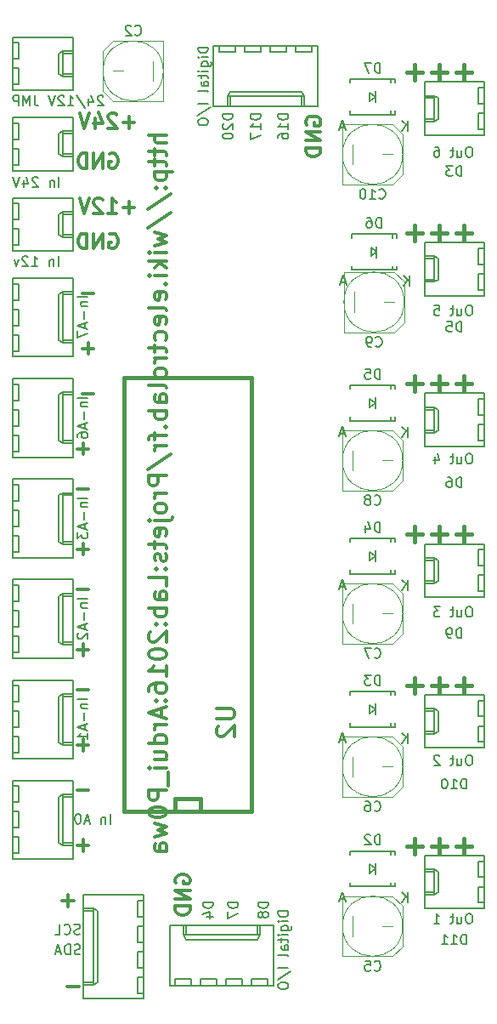
<source format=gbr>
G04 #@! TF.FileFunction,Legend,Bot*
%FSLAX46Y46*%
G04 Gerber Fmt 4.6, Leading zero omitted, Abs format (unit mm)*
G04 Created by KiCad (PCBNEW 4.0.1-stable) date 03/04/2016 13:28:13*
%MOMM*%
G01*
G04 APERTURE LIST*
%ADD10C,0.100000*%
%ADD11C,0.150000*%
%ADD12C,0.300000*%
%ADD13C,0.400000*%
%ADD14C,0.381000*%
%ADD15C,0.304800*%
G04 APERTURE END LIST*
D10*
D11*
X159214286Y-137452381D02*
X159214286Y-136452381D01*
X158976191Y-136452381D01*
X158833333Y-136500000D01*
X158738095Y-136595238D01*
X158690476Y-136690476D01*
X158642857Y-136880952D01*
X158642857Y-137023810D01*
X158690476Y-137214286D01*
X158738095Y-137309524D01*
X158833333Y-137404762D01*
X158976191Y-137452381D01*
X159214286Y-137452381D01*
X157690476Y-137452381D02*
X158261905Y-137452381D01*
X157976191Y-137452381D02*
X157976191Y-136452381D01*
X158071429Y-136595238D01*
X158166667Y-136690476D01*
X158261905Y-136738095D01*
X157071429Y-136452381D02*
X156976190Y-136452381D01*
X156880952Y-136500000D01*
X156833333Y-136547619D01*
X156785714Y-136642857D01*
X156738095Y-136833333D01*
X156738095Y-137071429D01*
X156785714Y-137261905D01*
X156833333Y-137357143D01*
X156880952Y-137404762D01*
X156976190Y-137452381D01*
X157071429Y-137452381D01*
X157166667Y-137404762D01*
X157214286Y-137357143D01*
X157261905Y-137261905D01*
X157309524Y-137071429D01*
X157309524Y-136833333D01*
X157261905Y-136642857D01*
X157214286Y-136547619D01*
X157166667Y-136500000D01*
X157071429Y-136452381D01*
X158738095Y-122452381D02*
X158738095Y-121452381D01*
X158500000Y-121452381D01*
X158357142Y-121500000D01*
X158261904Y-121595238D01*
X158214285Y-121690476D01*
X158166666Y-121880952D01*
X158166666Y-122023810D01*
X158214285Y-122214286D01*
X158261904Y-122309524D01*
X158357142Y-122404762D01*
X158500000Y-122452381D01*
X158738095Y-122452381D01*
X157690476Y-122452381D02*
X157500000Y-122452381D01*
X157404761Y-122404762D01*
X157357142Y-122357143D01*
X157261904Y-122214286D01*
X157214285Y-122023810D01*
X157214285Y-121642857D01*
X157261904Y-121547619D01*
X157309523Y-121500000D01*
X157404761Y-121452381D01*
X157595238Y-121452381D01*
X157690476Y-121500000D01*
X157738095Y-121547619D01*
X157785714Y-121642857D01*
X157785714Y-121880952D01*
X157738095Y-121976190D01*
X157690476Y-122023810D01*
X157595238Y-122071429D01*
X157404761Y-122071429D01*
X157309523Y-122023810D01*
X157261904Y-121976190D01*
X157214285Y-121880952D01*
X158738095Y-107452381D02*
X158738095Y-106452381D01*
X158500000Y-106452381D01*
X158357142Y-106500000D01*
X158261904Y-106595238D01*
X158214285Y-106690476D01*
X158166666Y-106880952D01*
X158166666Y-107023810D01*
X158214285Y-107214286D01*
X158261904Y-107309524D01*
X158357142Y-107404762D01*
X158500000Y-107452381D01*
X158738095Y-107452381D01*
X157309523Y-106452381D02*
X157500000Y-106452381D01*
X157595238Y-106500000D01*
X157642857Y-106547619D01*
X157738095Y-106690476D01*
X157785714Y-106880952D01*
X157785714Y-107261905D01*
X157738095Y-107357143D01*
X157690476Y-107404762D01*
X157595238Y-107452381D01*
X157404761Y-107452381D01*
X157309523Y-107404762D01*
X157261904Y-107357143D01*
X157214285Y-107261905D01*
X157214285Y-107023810D01*
X157261904Y-106928571D01*
X157309523Y-106880952D01*
X157404761Y-106833333D01*
X157595238Y-106833333D01*
X157690476Y-106880952D01*
X157738095Y-106928571D01*
X157785714Y-107023810D01*
X158738095Y-91952381D02*
X158738095Y-90952381D01*
X158500000Y-90952381D01*
X158357142Y-91000000D01*
X158261904Y-91095238D01*
X158214285Y-91190476D01*
X158166666Y-91380952D01*
X158166666Y-91523810D01*
X158214285Y-91714286D01*
X158261904Y-91809524D01*
X158357142Y-91904762D01*
X158500000Y-91952381D01*
X158738095Y-91952381D01*
X157261904Y-90952381D02*
X157738095Y-90952381D01*
X157785714Y-91428571D01*
X157738095Y-91380952D01*
X157642857Y-91333333D01*
X157404761Y-91333333D01*
X157309523Y-91380952D01*
X157261904Y-91428571D01*
X157214285Y-91523810D01*
X157214285Y-91761905D01*
X157261904Y-91857143D01*
X157309523Y-91904762D01*
X157404761Y-91952381D01*
X157642857Y-91952381D01*
X157738095Y-91904762D01*
X157785714Y-91857143D01*
X158738095Y-76452381D02*
X158738095Y-75452381D01*
X158500000Y-75452381D01*
X158357142Y-75500000D01*
X158261904Y-75595238D01*
X158214285Y-75690476D01*
X158166666Y-75880952D01*
X158166666Y-76023810D01*
X158214285Y-76214286D01*
X158261904Y-76309524D01*
X158357142Y-76404762D01*
X158500000Y-76452381D01*
X158738095Y-76452381D01*
X157833333Y-75452381D02*
X157214285Y-75452381D01*
X157547619Y-75833333D01*
X157404761Y-75833333D01*
X157309523Y-75880952D01*
X157261904Y-75928571D01*
X157214285Y-76023810D01*
X157214285Y-76261905D01*
X157261904Y-76357143D01*
X157309523Y-76404762D01*
X157404761Y-76452381D01*
X157690476Y-76452381D01*
X157785714Y-76404762D01*
X157833333Y-76357143D01*
X159214286Y-152952381D02*
X159214286Y-151952381D01*
X158976191Y-151952381D01*
X158833333Y-152000000D01*
X158738095Y-152095238D01*
X158690476Y-152190476D01*
X158642857Y-152380952D01*
X158642857Y-152523810D01*
X158690476Y-152714286D01*
X158738095Y-152809524D01*
X158833333Y-152904762D01*
X158976191Y-152952381D01*
X159214286Y-152952381D01*
X157690476Y-152952381D02*
X158261905Y-152952381D01*
X157976191Y-152952381D02*
X157976191Y-151952381D01*
X158071429Y-152095238D01*
X158166667Y-152190476D01*
X158261905Y-152238095D01*
X156738095Y-152952381D02*
X157309524Y-152952381D01*
X157023810Y-152952381D02*
X157023810Y-151952381D01*
X157119048Y-152095238D01*
X157214286Y-152190476D01*
X157309524Y-152238095D01*
X138677381Y-70285714D02*
X137677381Y-70285714D01*
X137677381Y-70523809D01*
X137725000Y-70666667D01*
X137820238Y-70761905D01*
X137915476Y-70809524D01*
X138105952Y-70857143D01*
X138248810Y-70857143D01*
X138439286Y-70809524D01*
X138534524Y-70761905D01*
X138629762Y-70666667D01*
X138677381Y-70523809D01*
X138677381Y-70285714D01*
X138677381Y-71809524D02*
X138677381Y-71238095D01*
X138677381Y-71523809D02*
X137677381Y-71523809D01*
X137820238Y-71428571D01*
X137915476Y-71333333D01*
X137963095Y-71238095D01*
X137677381Y-72142857D02*
X137677381Y-72809524D01*
X138677381Y-72380952D01*
X141452381Y-70285714D02*
X140452381Y-70285714D01*
X140452381Y-70523809D01*
X140500000Y-70666667D01*
X140595238Y-70761905D01*
X140690476Y-70809524D01*
X140880952Y-70857143D01*
X141023810Y-70857143D01*
X141214286Y-70809524D01*
X141309524Y-70761905D01*
X141404762Y-70666667D01*
X141452381Y-70523809D01*
X141452381Y-70285714D01*
X141452381Y-71809524D02*
X141452381Y-71238095D01*
X141452381Y-71523809D02*
X140452381Y-71523809D01*
X140595238Y-71428571D01*
X140690476Y-71333333D01*
X140738095Y-71238095D01*
X140452381Y-72666667D02*
X140452381Y-72476190D01*
X140500000Y-72380952D01*
X140547619Y-72333333D01*
X140690476Y-72238095D01*
X140880952Y-72190476D01*
X141261905Y-72190476D01*
X141357143Y-72238095D01*
X141404762Y-72285714D01*
X141452381Y-72380952D01*
X141452381Y-72571429D01*
X141404762Y-72666667D01*
X141357143Y-72714286D01*
X141261905Y-72761905D01*
X141023810Y-72761905D01*
X140928571Y-72714286D01*
X140880952Y-72666667D01*
X140833333Y-72571429D01*
X140833333Y-72380952D01*
X140880952Y-72285714D01*
X140928571Y-72238095D01*
X141023810Y-72190476D01*
X133952381Y-148761905D02*
X132952381Y-148761905D01*
X132952381Y-149000000D01*
X133000000Y-149142858D01*
X133095238Y-149238096D01*
X133190476Y-149285715D01*
X133380952Y-149333334D01*
X133523810Y-149333334D01*
X133714286Y-149285715D01*
X133809524Y-149238096D01*
X133904762Y-149142858D01*
X133952381Y-149000000D01*
X133952381Y-148761905D01*
X133285714Y-150190477D02*
X133952381Y-150190477D01*
X132904762Y-149952381D02*
X133619048Y-149714286D01*
X133619048Y-150333334D01*
X136452381Y-148761905D02*
X135452381Y-148761905D01*
X135452381Y-149000000D01*
X135500000Y-149142858D01*
X135595238Y-149238096D01*
X135690476Y-149285715D01*
X135880952Y-149333334D01*
X136023810Y-149333334D01*
X136214286Y-149285715D01*
X136309524Y-149238096D01*
X136404762Y-149142858D01*
X136452381Y-149000000D01*
X136452381Y-148761905D01*
X135452381Y-149666667D02*
X135452381Y-150333334D01*
X136452381Y-149904762D01*
X139452381Y-148761905D02*
X138452381Y-148761905D01*
X138452381Y-149000000D01*
X138500000Y-149142858D01*
X138595238Y-149238096D01*
X138690476Y-149285715D01*
X138880952Y-149333334D01*
X139023810Y-149333334D01*
X139214286Y-149285715D01*
X139309524Y-149238096D01*
X139404762Y-149142858D01*
X139452381Y-149000000D01*
X139452381Y-148761905D01*
X138880952Y-149904762D02*
X138833333Y-149809524D01*
X138785714Y-149761905D01*
X138690476Y-149714286D01*
X138642857Y-149714286D01*
X138547619Y-149761905D01*
X138500000Y-149809524D01*
X138452381Y-149904762D01*
X138452381Y-150095239D01*
X138500000Y-150190477D01*
X138547619Y-150238096D01*
X138642857Y-150285715D01*
X138690476Y-150285715D01*
X138785714Y-150238096D01*
X138833333Y-150190477D01*
X138880952Y-150095239D01*
X138880952Y-149904762D01*
X138928571Y-149809524D01*
X138976190Y-149761905D01*
X139071429Y-149714286D01*
X139261905Y-149714286D01*
X139357143Y-149761905D01*
X139404762Y-149809524D01*
X139452381Y-149904762D01*
X139452381Y-150095239D01*
X139404762Y-150190477D01*
X139357143Y-150238096D01*
X139261905Y-150285715D01*
X139071429Y-150285715D01*
X138976190Y-150238096D01*
X138928571Y-150190477D01*
X138880952Y-150095239D01*
X135902381Y-70285714D02*
X134902381Y-70285714D01*
X134902381Y-70523809D01*
X134950000Y-70666667D01*
X135045238Y-70761905D01*
X135140476Y-70809524D01*
X135330952Y-70857143D01*
X135473810Y-70857143D01*
X135664286Y-70809524D01*
X135759524Y-70761905D01*
X135854762Y-70666667D01*
X135902381Y-70523809D01*
X135902381Y-70285714D01*
X134997619Y-71238095D02*
X134950000Y-71285714D01*
X134902381Y-71380952D01*
X134902381Y-71619048D01*
X134950000Y-71714286D01*
X134997619Y-71761905D01*
X135092857Y-71809524D01*
X135188095Y-71809524D01*
X135330952Y-71761905D01*
X135902381Y-71190476D01*
X135902381Y-71809524D01*
X134902381Y-72428571D02*
X134902381Y-72523810D01*
X134950000Y-72619048D01*
X134997619Y-72666667D01*
X135092857Y-72714286D01*
X135283333Y-72761905D01*
X135521429Y-72761905D01*
X135711905Y-72714286D01*
X135807143Y-72666667D01*
X135854762Y-72619048D01*
X135902381Y-72523810D01*
X135902381Y-72428571D01*
X135854762Y-72333333D01*
X135807143Y-72285714D01*
X135711905Y-72238095D01*
X135521429Y-72190476D01*
X135283333Y-72190476D01*
X135092857Y-72238095D01*
X134997619Y-72285714D01*
X134950000Y-72333333D01*
X134902381Y-72428571D01*
X120714286Y-153904762D02*
X120571429Y-153952381D01*
X120333333Y-153952381D01*
X120238095Y-153904762D01*
X120190476Y-153857143D01*
X120142857Y-153761905D01*
X120142857Y-153666667D01*
X120190476Y-153571429D01*
X120238095Y-153523810D01*
X120333333Y-153476190D01*
X120523810Y-153428571D01*
X120619048Y-153380952D01*
X120666667Y-153333333D01*
X120714286Y-153238095D01*
X120714286Y-153142857D01*
X120666667Y-153047619D01*
X120619048Y-153000000D01*
X120523810Y-152952381D01*
X120285714Y-152952381D01*
X120142857Y-153000000D01*
X119714286Y-153952381D02*
X119714286Y-152952381D01*
X119476191Y-152952381D01*
X119333333Y-153000000D01*
X119238095Y-153095238D01*
X119190476Y-153190476D01*
X119142857Y-153380952D01*
X119142857Y-153523810D01*
X119190476Y-153714286D01*
X119238095Y-153809524D01*
X119333333Y-153904762D01*
X119476191Y-153952381D01*
X119714286Y-153952381D01*
X118761905Y-153666667D02*
X118285714Y-153666667D01*
X118857143Y-153952381D02*
X118523810Y-152952381D01*
X118190476Y-153952381D01*
D12*
X143250000Y-71357143D02*
X143178571Y-71214286D01*
X143178571Y-71000000D01*
X143250000Y-70785715D01*
X143392857Y-70642857D01*
X143535714Y-70571429D01*
X143821429Y-70500000D01*
X144035714Y-70500000D01*
X144321429Y-70571429D01*
X144464286Y-70642857D01*
X144607143Y-70785715D01*
X144678571Y-71000000D01*
X144678571Y-71142857D01*
X144607143Y-71357143D01*
X144535714Y-71428572D01*
X144035714Y-71428572D01*
X144035714Y-71142857D01*
X144678571Y-72071429D02*
X143178571Y-72071429D01*
X144678571Y-72928572D01*
X143178571Y-72928572D01*
X144678571Y-73642858D02*
X143178571Y-73642858D01*
X143178571Y-74000001D01*
X143250000Y-74214286D01*
X143392857Y-74357144D01*
X143535714Y-74428572D01*
X143821429Y-74500001D01*
X144035714Y-74500001D01*
X144321429Y-74428572D01*
X144464286Y-74357144D01*
X144607143Y-74214286D01*
X144678571Y-74000001D01*
X144678571Y-73642858D01*
X130250000Y-146857143D02*
X130178571Y-146714286D01*
X130178571Y-146500000D01*
X130250000Y-146285715D01*
X130392857Y-146142857D01*
X130535714Y-146071429D01*
X130821429Y-146000000D01*
X131035714Y-146000000D01*
X131321429Y-146071429D01*
X131464286Y-146142857D01*
X131607143Y-146285715D01*
X131678571Y-146500000D01*
X131678571Y-146642857D01*
X131607143Y-146857143D01*
X131535714Y-146928572D01*
X131035714Y-146928572D01*
X131035714Y-146642857D01*
X131678571Y-147571429D02*
X130178571Y-147571429D01*
X131678571Y-148428572D01*
X130178571Y-148428572D01*
X131678571Y-149142858D02*
X130178571Y-149142858D01*
X130178571Y-149500001D01*
X130250000Y-149714286D01*
X130392857Y-149857144D01*
X130535714Y-149928572D01*
X130821429Y-150000001D01*
X131035714Y-150000001D01*
X131321429Y-149928572D01*
X131464286Y-149857144D01*
X131607143Y-149714286D01*
X131678571Y-149500001D01*
X131678571Y-149142858D01*
X120428572Y-127607143D02*
X121571429Y-127607143D01*
X120428572Y-103607143D02*
X121571429Y-103607143D01*
X121000000Y-104178571D02*
X121000000Y-103035714D01*
X120928572Y-98107143D02*
X122071429Y-98107143D01*
X120428572Y-107607143D02*
X121571429Y-107607143D01*
X120428572Y-137607143D02*
X121571429Y-137607143D01*
X120428572Y-117607143D02*
X121571429Y-117607143D01*
X119428572Y-157107143D02*
X120571429Y-157107143D01*
X118928572Y-148607143D02*
X120071429Y-148607143D01*
X119500000Y-149178571D02*
X119500000Y-148035714D01*
X120428572Y-143107143D02*
X121571429Y-143107143D01*
X121000000Y-143678571D02*
X121000000Y-142535714D01*
X120428572Y-133107143D02*
X121571429Y-133107143D01*
X121000000Y-133678571D02*
X121000000Y-132535714D01*
X120428572Y-113607143D02*
X121571429Y-113607143D01*
X121000000Y-114178571D02*
X121000000Y-113035714D01*
X120428572Y-123607143D02*
X121571429Y-123607143D01*
X121000000Y-124178571D02*
X121000000Y-123035714D01*
X120928572Y-93607143D02*
X122071429Y-93607143D01*
X121500000Y-94178571D02*
X121500000Y-93035714D01*
X120928572Y-88107143D02*
X122071429Y-88107143D01*
X123642857Y-74250000D02*
X123785714Y-74178571D01*
X124000000Y-74178571D01*
X124214285Y-74250000D01*
X124357143Y-74392857D01*
X124428571Y-74535714D01*
X124500000Y-74821429D01*
X124500000Y-75035714D01*
X124428571Y-75321429D01*
X124357143Y-75464286D01*
X124214285Y-75607143D01*
X124000000Y-75678571D01*
X123857143Y-75678571D01*
X123642857Y-75607143D01*
X123571428Y-75535714D01*
X123571428Y-75035714D01*
X123857143Y-75035714D01*
X122928571Y-75678571D02*
X122928571Y-74178571D01*
X122071428Y-75678571D01*
X122071428Y-74178571D01*
X121357142Y-75678571D02*
X121357142Y-74178571D01*
X120999999Y-74178571D01*
X120785714Y-74250000D01*
X120642856Y-74392857D01*
X120571428Y-74535714D01*
X120499999Y-74821429D01*
X120499999Y-75035714D01*
X120571428Y-75321429D01*
X120642856Y-75464286D01*
X120785714Y-75607143D01*
X120999999Y-75678571D01*
X121357142Y-75678571D01*
X126142856Y-71107143D02*
X124999999Y-71107143D01*
X125571428Y-71678571D02*
X125571428Y-70535714D01*
X124357142Y-70321429D02*
X124285713Y-70250000D01*
X124142856Y-70178571D01*
X123785713Y-70178571D01*
X123642856Y-70250000D01*
X123571427Y-70321429D01*
X123499999Y-70464286D01*
X123499999Y-70607143D01*
X123571427Y-70821429D01*
X124428570Y-71678571D01*
X123499999Y-71678571D01*
X122214285Y-70678571D02*
X122214285Y-71678571D01*
X122571428Y-70107143D02*
X122928571Y-71178571D01*
X121999999Y-71178571D01*
X121642857Y-70178571D02*
X121142857Y-71678571D01*
X120642857Y-70178571D01*
X123642857Y-82250000D02*
X123785714Y-82178571D01*
X124000000Y-82178571D01*
X124214285Y-82250000D01*
X124357143Y-82392857D01*
X124428571Y-82535714D01*
X124500000Y-82821429D01*
X124500000Y-83035714D01*
X124428571Y-83321429D01*
X124357143Y-83464286D01*
X124214285Y-83607143D01*
X124000000Y-83678571D01*
X123857143Y-83678571D01*
X123642857Y-83607143D01*
X123571428Y-83535714D01*
X123571428Y-83035714D01*
X123857143Y-83035714D01*
X122928571Y-83678571D02*
X122928571Y-82178571D01*
X122071428Y-83678571D01*
X122071428Y-82178571D01*
X121357142Y-83678571D02*
X121357142Y-82178571D01*
X120999999Y-82178571D01*
X120785714Y-82250000D01*
X120642856Y-82392857D01*
X120571428Y-82535714D01*
X120499999Y-82821429D01*
X120499999Y-83035714D01*
X120571428Y-83321429D01*
X120642856Y-83464286D01*
X120785714Y-83607143D01*
X120999999Y-83678571D01*
X121357142Y-83678571D01*
X126142856Y-79607143D02*
X124999999Y-79607143D01*
X125571428Y-80178571D02*
X125571428Y-79035714D01*
X123499999Y-80178571D02*
X124357142Y-80178571D01*
X123928570Y-80178571D02*
X123928570Y-78678571D01*
X124071427Y-78892857D01*
X124214285Y-79035714D01*
X124357142Y-79107143D01*
X122928571Y-78821429D02*
X122857142Y-78750000D01*
X122714285Y-78678571D01*
X122357142Y-78678571D01*
X122214285Y-78750000D01*
X122142856Y-78821429D01*
X122071428Y-78964286D01*
X122071428Y-79107143D01*
X122142856Y-79321429D01*
X122999999Y-80178571D01*
X122071428Y-80178571D01*
X121642857Y-78678571D02*
X121142857Y-80178571D01*
X120642857Y-78678571D01*
D13*
X153261905Y-82142857D02*
X154785715Y-82142857D01*
X154023810Y-82904762D02*
X154023810Y-81380952D01*
X155738095Y-82142857D02*
X157261905Y-82142857D01*
X156500000Y-82904762D02*
X156500000Y-81380952D01*
X158214285Y-82142857D02*
X159738095Y-82142857D01*
X158976190Y-82904762D02*
X158976190Y-81380952D01*
X153261905Y-97142857D02*
X154785715Y-97142857D01*
X154023810Y-97904762D02*
X154023810Y-96380952D01*
X155738095Y-97142857D02*
X157261905Y-97142857D01*
X156500000Y-97904762D02*
X156500000Y-96380952D01*
X158214285Y-97142857D02*
X159738095Y-97142857D01*
X158976190Y-97904762D02*
X158976190Y-96380952D01*
X153261905Y-112142857D02*
X154785715Y-112142857D01*
X154023810Y-112904762D02*
X154023810Y-111380952D01*
X155738095Y-112142857D02*
X157261905Y-112142857D01*
X156500000Y-112904762D02*
X156500000Y-111380952D01*
X158214285Y-112142857D02*
X159738095Y-112142857D01*
X158976190Y-112904762D02*
X158976190Y-111380952D01*
X153261905Y-127142857D02*
X154785715Y-127142857D01*
X154023810Y-127904762D02*
X154023810Y-126380952D01*
X155738095Y-127142857D02*
X157261905Y-127142857D01*
X156500000Y-127904762D02*
X156500000Y-126380952D01*
X158214285Y-127142857D02*
X159738095Y-127142857D01*
X158976190Y-127904762D02*
X158976190Y-126380952D01*
X153261905Y-143142857D02*
X154785715Y-143142857D01*
X154023810Y-143904762D02*
X154023810Y-142380952D01*
X155738095Y-143142857D02*
X157261905Y-143142857D01*
X156500000Y-143904762D02*
X156500000Y-142380952D01*
X158214285Y-143142857D02*
X159738095Y-143142857D01*
X158976190Y-143904762D02*
X158976190Y-142380952D01*
X153261905Y-66142857D02*
X154785715Y-66142857D01*
X154023810Y-66904762D02*
X154023810Y-65380952D01*
X155738095Y-66142857D02*
X157261905Y-66142857D01*
X156500000Y-66904762D02*
X156500000Y-65380952D01*
X158214285Y-66142857D02*
X159738095Y-66142857D01*
X158976190Y-66904762D02*
X158976190Y-65380952D01*
D14*
X137795000Y-139700000D02*
X137795000Y-96520000D01*
X137795000Y-96520000D02*
X125095000Y-96520000D01*
X125095000Y-96520000D02*
X125095000Y-139700000D01*
X125095000Y-139700000D02*
X137795000Y-139700000D01*
X130175000Y-139700000D02*
X130175000Y-138430000D01*
X130175000Y-138430000D02*
X132715000Y-138430000D01*
X132715000Y-138430000D02*
X132715000Y-139700000D01*
D11*
X113980000Y-62630000D02*
X119980000Y-62630000D01*
X119980000Y-62630000D02*
X119980000Y-67910000D01*
X119980000Y-67910000D02*
X113980000Y-67910000D01*
X113980000Y-67910000D02*
X113980000Y-62630000D01*
X119980000Y-64000000D02*
X118980000Y-64000000D01*
X118980000Y-64000000D02*
X118980000Y-66540000D01*
X118980000Y-66540000D02*
X119980000Y-66540000D01*
X118980000Y-64000000D02*
X118550000Y-64250000D01*
X118550000Y-64250000D02*
X118550000Y-66290000D01*
X118550000Y-66290000D02*
X118980000Y-66540000D01*
X119980000Y-64250000D02*
X118980000Y-64250000D01*
X119980000Y-66290000D02*
X118980000Y-66290000D01*
X113980000Y-63200000D02*
X114600000Y-63200000D01*
X114600000Y-63200000D02*
X114600000Y-64800000D01*
X114600000Y-64800000D02*
X113980000Y-64800000D01*
X113980000Y-65740000D02*
X114600000Y-65740000D01*
X114600000Y-65740000D02*
X114600000Y-67340000D01*
X114600000Y-67340000D02*
X113980000Y-67340000D01*
X150110000Y-145415000D02*
X149560000Y-144965000D01*
X149560000Y-144965000D02*
X149560000Y-145865000D01*
X149560000Y-145865000D02*
X150110000Y-145415000D01*
X150110000Y-144865000D02*
X150110000Y-145965000D01*
X151659140Y-147165060D02*
X151659140Y-146814540D01*
X151659140Y-143664940D02*
X151659140Y-144015460D01*
X147609560Y-147165060D02*
X147609560Y-146814540D01*
X152110440Y-147165060D02*
X152110440Y-146814540D01*
X152110440Y-143664940D02*
X152110440Y-144015460D01*
X147609560Y-143664940D02*
X147609560Y-144015460D01*
X152110440Y-147165060D02*
X147609560Y-147165060D01*
X152110440Y-143664940D02*
X147609560Y-143664940D01*
X150110000Y-129540000D02*
X149560000Y-129090000D01*
X149560000Y-129090000D02*
X149560000Y-129990000D01*
X149560000Y-129990000D02*
X150110000Y-129540000D01*
X150110000Y-128990000D02*
X150110000Y-130090000D01*
X151659140Y-131290060D02*
X151659140Y-130939540D01*
X151659140Y-127789940D02*
X151659140Y-128140460D01*
X147609560Y-131290060D02*
X147609560Y-130939540D01*
X152110440Y-131290060D02*
X152110440Y-130939540D01*
X152110440Y-127789940D02*
X152110440Y-128140460D01*
X147609560Y-127789940D02*
X147609560Y-128140460D01*
X152110440Y-131290060D02*
X147609560Y-131290060D01*
X152110440Y-127789940D02*
X147609560Y-127789940D01*
X150110000Y-114300000D02*
X149560000Y-113850000D01*
X149560000Y-113850000D02*
X149560000Y-114750000D01*
X149560000Y-114750000D02*
X150110000Y-114300000D01*
X150110000Y-113750000D02*
X150110000Y-114850000D01*
X151659140Y-116050060D02*
X151659140Y-115699540D01*
X151659140Y-112549940D02*
X151659140Y-112900460D01*
X147609560Y-116050060D02*
X147609560Y-115699540D01*
X152110440Y-116050060D02*
X152110440Y-115699540D01*
X152110440Y-112549940D02*
X152110440Y-112900460D01*
X147609560Y-112549940D02*
X147609560Y-112900460D01*
X152110440Y-116050060D02*
X147609560Y-116050060D01*
X152110440Y-112549940D02*
X147609560Y-112549940D01*
X150110000Y-99060000D02*
X149560000Y-98610000D01*
X149560000Y-98610000D02*
X149560000Y-99510000D01*
X149560000Y-99510000D02*
X150110000Y-99060000D01*
X150110000Y-98510000D02*
X150110000Y-99610000D01*
X151659140Y-100810060D02*
X151659140Y-100459540D01*
X151659140Y-97309940D02*
X151659140Y-97660460D01*
X147609560Y-100810060D02*
X147609560Y-100459540D01*
X152110440Y-100810060D02*
X152110440Y-100459540D01*
X152110440Y-97309940D02*
X152110440Y-97660460D01*
X147609560Y-97309940D02*
X147609560Y-97660460D01*
X152110440Y-100810060D02*
X147609560Y-100810060D01*
X152110440Y-97309940D02*
X147609560Y-97309940D01*
X150250000Y-84000000D02*
X149700000Y-83550000D01*
X149700000Y-83550000D02*
X149700000Y-84450000D01*
X149700000Y-84450000D02*
X150250000Y-84000000D01*
X150250000Y-83450000D02*
X150250000Y-84550000D01*
X151799140Y-85750060D02*
X151799140Y-85399540D01*
X151799140Y-82249940D02*
X151799140Y-82600460D01*
X147749560Y-85750060D02*
X147749560Y-85399540D01*
X152250440Y-85750060D02*
X152250440Y-85399540D01*
X152250440Y-82249940D02*
X152250440Y-82600460D01*
X147749560Y-82249940D02*
X147749560Y-82600460D01*
X152250440Y-85750060D02*
X147749560Y-85750060D01*
X152250440Y-82249940D02*
X147749560Y-82249940D01*
X150110000Y-68580000D02*
X149560000Y-68130000D01*
X149560000Y-68130000D02*
X149560000Y-69030000D01*
X149560000Y-69030000D02*
X150110000Y-68580000D01*
X150110000Y-68030000D02*
X150110000Y-69130000D01*
X151659140Y-70330060D02*
X151659140Y-69979540D01*
X151659140Y-66829940D02*
X151659140Y-67180460D01*
X147609560Y-70330060D02*
X147609560Y-69979540D01*
X152110440Y-70330060D02*
X152110440Y-69979540D01*
X152110440Y-66829940D02*
X152110440Y-67180460D01*
X147609560Y-66829940D02*
X147609560Y-67180460D01*
X152110440Y-70330060D02*
X147609560Y-70330060D01*
X152110440Y-66829940D02*
X147609560Y-66829940D01*
D10*
X128000000Y-66000000D02*
X128000000Y-66000000D01*
X128000000Y-67000000D02*
X128000000Y-65000000D01*
X128000000Y-65000000D02*
X128000000Y-67000000D01*
X128000000Y-67000000D02*
X128000000Y-65000000D01*
X128000000Y-65000000D02*
X128000000Y-67000000D01*
X129000000Y-63000000D02*
X129000000Y-69000000D01*
X129000000Y-69000000D02*
X124000000Y-69000000D01*
X124000000Y-69000000D02*
X123000000Y-68000000D01*
X123000000Y-68000000D02*
X123000000Y-64000000D01*
X123000000Y-64000000D02*
X124000000Y-63000000D01*
X124000000Y-63000000D02*
X129000000Y-63000000D01*
X124000000Y-66000000D02*
X125000000Y-66000000D01*
X125000000Y-66000000D02*
X125000000Y-66000000D01*
X129000000Y-66000000D02*
G75*
G03X129000000Y-66000000I-3000000J0D01*
G01*
X147860000Y-151130000D02*
X147860000Y-151130000D01*
X147860000Y-150130000D02*
X147860000Y-152130000D01*
X147860000Y-152130000D02*
X147860000Y-150130000D01*
X147860000Y-150130000D02*
X147860000Y-152130000D01*
X147860000Y-152130000D02*
X147860000Y-150130000D01*
X146860000Y-154130000D02*
X146860000Y-148130000D01*
X146860000Y-148130000D02*
X151860000Y-148130000D01*
X151860000Y-148130000D02*
X152860000Y-149130000D01*
X152860000Y-149130000D02*
X152860000Y-153130000D01*
X152860000Y-153130000D02*
X151860000Y-154130000D01*
X151860000Y-154130000D02*
X146860000Y-154130000D01*
X151860000Y-151130000D02*
X150860000Y-151130000D01*
X150860000Y-151130000D02*
X150860000Y-151130000D01*
X152860000Y-151130000D02*
G75*
G03X152860000Y-151130000I-3000000J0D01*
G01*
X147860000Y-135255000D02*
X147860000Y-135255000D01*
X147860000Y-134255000D02*
X147860000Y-136255000D01*
X147860000Y-136255000D02*
X147860000Y-134255000D01*
X147860000Y-134255000D02*
X147860000Y-136255000D01*
X147860000Y-136255000D02*
X147860000Y-134255000D01*
X146860000Y-138255000D02*
X146860000Y-132255000D01*
X146860000Y-132255000D02*
X151860000Y-132255000D01*
X151860000Y-132255000D02*
X152860000Y-133255000D01*
X152860000Y-133255000D02*
X152860000Y-137255000D01*
X152860000Y-137255000D02*
X151860000Y-138255000D01*
X151860000Y-138255000D02*
X146860000Y-138255000D01*
X151860000Y-135255000D02*
X150860000Y-135255000D01*
X150860000Y-135255000D02*
X150860000Y-135255000D01*
X152860000Y-135255000D02*
G75*
G03X152860000Y-135255000I-3000000J0D01*
G01*
X147860000Y-120015000D02*
X147860000Y-120015000D01*
X147860000Y-119015000D02*
X147860000Y-121015000D01*
X147860000Y-121015000D02*
X147860000Y-119015000D01*
X147860000Y-119015000D02*
X147860000Y-121015000D01*
X147860000Y-121015000D02*
X147860000Y-119015000D01*
X146860000Y-123015000D02*
X146860000Y-117015000D01*
X146860000Y-117015000D02*
X151860000Y-117015000D01*
X151860000Y-117015000D02*
X152860000Y-118015000D01*
X152860000Y-118015000D02*
X152860000Y-122015000D01*
X152860000Y-122015000D02*
X151860000Y-123015000D01*
X151860000Y-123015000D02*
X146860000Y-123015000D01*
X151860000Y-120015000D02*
X150860000Y-120015000D01*
X150860000Y-120015000D02*
X150860000Y-120015000D01*
X152860000Y-120015000D02*
G75*
G03X152860000Y-120015000I-3000000J0D01*
G01*
X147860000Y-104775000D02*
X147860000Y-104775000D01*
X147860000Y-103775000D02*
X147860000Y-105775000D01*
X147860000Y-105775000D02*
X147860000Y-103775000D01*
X147860000Y-103775000D02*
X147860000Y-105775000D01*
X147860000Y-105775000D02*
X147860000Y-103775000D01*
X146860000Y-107775000D02*
X146860000Y-101775000D01*
X146860000Y-101775000D02*
X151860000Y-101775000D01*
X151860000Y-101775000D02*
X152860000Y-102775000D01*
X152860000Y-102775000D02*
X152860000Y-106775000D01*
X152860000Y-106775000D02*
X151860000Y-107775000D01*
X151860000Y-107775000D02*
X146860000Y-107775000D01*
X151860000Y-104775000D02*
X150860000Y-104775000D01*
X150860000Y-104775000D02*
X150860000Y-104775000D01*
X152860000Y-104775000D02*
G75*
G03X152860000Y-104775000I-3000000J0D01*
G01*
X148000000Y-89000000D02*
X148000000Y-89000000D01*
X148000000Y-88000000D02*
X148000000Y-90000000D01*
X148000000Y-90000000D02*
X148000000Y-88000000D01*
X148000000Y-88000000D02*
X148000000Y-90000000D01*
X148000000Y-90000000D02*
X148000000Y-88000000D01*
X147000000Y-92000000D02*
X147000000Y-86000000D01*
X147000000Y-86000000D02*
X152000000Y-86000000D01*
X152000000Y-86000000D02*
X153000000Y-87000000D01*
X153000000Y-87000000D02*
X153000000Y-91000000D01*
X153000000Y-91000000D02*
X152000000Y-92000000D01*
X152000000Y-92000000D02*
X147000000Y-92000000D01*
X152000000Y-89000000D02*
X151000000Y-89000000D01*
X151000000Y-89000000D02*
X151000000Y-89000000D01*
X153000000Y-89000000D02*
G75*
G03X153000000Y-89000000I-3000000J0D01*
G01*
X147860000Y-74295000D02*
X147860000Y-74295000D01*
X147860000Y-73295000D02*
X147860000Y-75295000D01*
X147860000Y-75295000D02*
X147860000Y-73295000D01*
X147860000Y-73295000D02*
X147860000Y-75295000D01*
X147860000Y-75295000D02*
X147860000Y-73295000D01*
X146860000Y-77295000D02*
X146860000Y-71295000D01*
X146860000Y-71295000D02*
X151860000Y-71295000D01*
X151860000Y-71295000D02*
X152860000Y-72295000D01*
X152860000Y-72295000D02*
X152860000Y-76295000D01*
X152860000Y-76295000D02*
X151860000Y-77295000D01*
X151860000Y-77295000D02*
X146860000Y-77295000D01*
X151860000Y-74295000D02*
X150860000Y-74295000D01*
X150860000Y-74295000D02*
X150860000Y-74295000D01*
X152860000Y-74295000D02*
G75*
G03X152860000Y-74295000I-3000000J0D01*
G01*
D11*
X113980000Y-78630000D02*
X119980000Y-78630000D01*
X119980000Y-78630000D02*
X119980000Y-83910000D01*
X119980000Y-83910000D02*
X113980000Y-83910000D01*
X113980000Y-83910000D02*
X113980000Y-78630000D01*
X119980000Y-80000000D02*
X118980000Y-80000000D01*
X118980000Y-80000000D02*
X118980000Y-82540000D01*
X118980000Y-82540000D02*
X119980000Y-82540000D01*
X118980000Y-80000000D02*
X118550000Y-80250000D01*
X118550000Y-80250000D02*
X118550000Y-82290000D01*
X118550000Y-82290000D02*
X118980000Y-82540000D01*
X119980000Y-80250000D02*
X118980000Y-80250000D01*
X119980000Y-82290000D02*
X118980000Y-82290000D01*
X113980000Y-79200000D02*
X114600000Y-79200000D01*
X114600000Y-79200000D02*
X114600000Y-80800000D01*
X114600000Y-80800000D02*
X113980000Y-80800000D01*
X113980000Y-81740000D02*
X114600000Y-81740000D01*
X114600000Y-81740000D02*
X114600000Y-83340000D01*
X114600000Y-83340000D02*
X113980000Y-83340000D01*
X113980000Y-136630000D02*
X119980000Y-136630000D01*
X119980000Y-136630000D02*
X119980000Y-144450000D01*
X119980000Y-144450000D02*
X113980000Y-144450000D01*
X113980000Y-144450000D02*
X113980000Y-136630000D01*
X119980000Y-138000000D02*
X118980000Y-138000000D01*
X118980000Y-138000000D02*
X118980000Y-143080000D01*
X118980000Y-143080000D02*
X119980000Y-143080000D01*
X118980000Y-138000000D02*
X118550000Y-138250000D01*
X118550000Y-138250000D02*
X118550000Y-142830000D01*
X118550000Y-142830000D02*
X118980000Y-143080000D01*
X119980000Y-138250000D02*
X118980000Y-138250000D01*
X119980000Y-142830000D02*
X118980000Y-142830000D01*
X113980000Y-137200000D02*
X114600000Y-137200000D01*
X114600000Y-137200000D02*
X114600000Y-138800000D01*
X114600000Y-138800000D02*
X113980000Y-138800000D01*
X113980000Y-139740000D02*
X114600000Y-139740000D01*
X114600000Y-139740000D02*
X114600000Y-141340000D01*
X114600000Y-141340000D02*
X113980000Y-141340000D01*
X113980000Y-142280000D02*
X114600000Y-142280000D01*
X114600000Y-142280000D02*
X114600000Y-143880000D01*
X114600000Y-143880000D02*
X113980000Y-143880000D01*
X113980000Y-126630000D02*
X119980000Y-126630000D01*
X119980000Y-126630000D02*
X119980000Y-134450000D01*
X119980000Y-134450000D02*
X113980000Y-134450000D01*
X113980000Y-134450000D02*
X113980000Y-126630000D01*
X119980000Y-128000000D02*
X118980000Y-128000000D01*
X118980000Y-128000000D02*
X118980000Y-133080000D01*
X118980000Y-133080000D02*
X119980000Y-133080000D01*
X118980000Y-128000000D02*
X118550000Y-128250000D01*
X118550000Y-128250000D02*
X118550000Y-132830000D01*
X118550000Y-132830000D02*
X118980000Y-133080000D01*
X119980000Y-128250000D02*
X118980000Y-128250000D01*
X119980000Y-132830000D02*
X118980000Y-132830000D01*
X113980000Y-127200000D02*
X114600000Y-127200000D01*
X114600000Y-127200000D02*
X114600000Y-128800000D01*
X114600000Y-128800000D02*
X113980000Y-128800000D01*
X113980000Y-129740000D02*
X114600000Y-129740000D01*
X114600000Y-129740000D02*
X114600000Y-131340000D01*
X114600000Y-131340000D02*
X113980000Y-131340000D01*
X113980000Y-132280000D02*
X114600000Y-132280000D01*
X114600000Y-132280000D02*
X114600000Y-133880000D01*
X114600000Y-133880000D02*
X113980000Y-133880000D01*
X113980000Y-116630000D02*
X119980000Y-116630000D01*
X119980000Y-116630000D02*
X119980000Y-124450000D01*
X119980000Y-124450000D02*
X113980000Y-124450000D01*
X113980000Y-124450000D02*
X113980000Y-116630000D01*
X119980000Y-118000000D02*
X118980000Y-118000000D01*
X118980000Y-118000000D02*
X118980000Y-123080000D01*
X118980000Y-123080000D02*
X119980000Y-123080000D01*
X118980000Y-118000000D02*
X118550000Y-118250000D01*
X118550000Y-118250000D02*
X118550000Y-122830000D01*
X118550000Y-122830000D02*
X118980000Y-123080000D01*
X119980000Y-118250000D02*
X118980000Y-118250000D01*
X119980000Y-122830000D02*
X118980000Y-122830000D01*
X113980000Y-117200000D02*
X114600000Y-117200000D01*
X114600000Y-117200000D02*
X114600000Y-118800000D01*
X114600000Y-118800000D02*
X113980000Y-118800000D01*
X113980000Y-119740000D02*
X114600000Y-119740000D01*
X114600000Y-119740000D02*
X114600000Y-121340000D01*
X114600000Y-121340000D02*
X113980000Y-121340000D01*
X113980000Y-122280000D02*
X114600000Y-122280000D01*
X114600000Y-122280000D02*
X114600000Y-123880000D01*
X114600000Y-123880000D02*
X113980000Y-123880000D01*
X113980000Y-106630000D02*
X119980000Y-106630000D01*
X119980000Y-106630000D02*
X119980000Y-114450000D01*
X119980000Y-114450000D02*
X113980000Y-114450000D01*
X113980000Y-114450000D02*
X113980000Y-106630000D01*
X119980000Y-108000000D02*
X118980000Y-108000000D01*
X118980000Y-108000000D02*
X118980000Y-113080000D01*
X118980000Y-113080000D02*
X119980000Y-113080000D01*
X118980000Y-108000000D02*
X118550000Y-108250000D01*
X118550000Y-108250000D02*
X118550000Y-112830000D01*
X118550000Y-112830000D02*
X118980000Y-113080000D01*
X119980000Y-108250000D02*
X118980000Y-108250000D01*
X119980000Y-112830000D02*
X118980000Y-112830000D01*
X113980000Y-107200000D02*
X114600000Y-107200000D01*
X114600000Y-107200000D02*
X114600000Y-108800000D01*
X114600000Y-108800000D02*
X113980000Y-108800000D01*
X113980000Y-109740000D02*
X114600000Y-109740000D01*
X114600000Y-109740000D02*
X114600000Y-111340000D01*
X114600000Y-111340000D02*
X113980000Y-111340000D01*
X113980000Y-112280000D02*
X114600000Y-112280000D01*
X114600000Y-112280000D02*
X114600000Y-113880000D01*
X114600000Y-113880000D02*
X113980000Y-113880000D01*
X113980000Y-96630000D02*
X119980000Y-96630000D01*
X119980000Y-96630000D02*
X119980000Y-104450000D01*
X119980000Y-104450000D02*
X113980000Y-104450000D01*
X113980000Y-104450000D02*
X113980000Y-96630000D01*
X119980000Y-98000000D02*
X118980000Y-98000000D01*
X118980000Y-98000000D02*
X118980000Y-103080000D01*
X118980000Y-103080000D02*
X119980000Y-103080000D01*
X118980000Y-98000000D02*
X118550000Y-98250000D01*
X118550000Y-98250000D02*
X118550000Y-102830000D01*
X118550000Y-102830000D02*
X118980000Y-103080000D01*
X119980000Y-98250000D02*
X118980000Y-98250000D01*
X119980000Y-102830000D02*
X118980000Y-102830000D01*
X113980000Y-97200000D02*
X114600000Y-97200000D01*
X114600000Y-97200000D02*
X114600000Y-98800000D01*
X114600000Y-98800000D02*
X113980000Y-98800000D01*
X113980000Y-99740000D02*
X114600000Y-99740000D01*
X114600000Y-99740000D02*
X114600000Y-101340000D01*
X114600000Y-101340000D02*
X113980000Y-101340000D01*
X113980000Y-102280000D02*
X114600000Y-102280000D01*
X114600000Y-102280000D02*
X114600000Y-103880000D01*
X114600000Y-103880000D02*
X113980000Y-103880000D01*
X113980000Y-86630000D02*
X119980000Y-86630000D01*
X119980000Y-86630000D02*
X119980000Y-94450000D01*
X119980000Y-94450000D02*
X113980000Y-94450000D01*
X113980000Y-94450000D02*
X113980000Y-86630000D01*
X119980000Y-88000000D02*
X118980000Y-88000000D01*
X118980000Y-88000000D02*
X118980000Y-93080000D01*
X118980000Y-93080000D02*
X119980000Y-93080000D01*
X118980000Y-88000000D02*
X118550000Y-88250000D01*
X118550000Y-88250000D02*
X118550000Y-92830000D01*
X118550000Y-92830000D02*
X118980000Y-93080000D01*
X119980000Y-88250000D02*
X118980000Y-88250000D01*
X119980000Y-92830000D02*
X118980000Y-92830000D01*
X113980000Y-87200000D02*
X114600000Y-87200000D01*
X114600000Y-87200000D02*
X114600000Y-88800000D01*
X114600000Y-88800000D02*
X113980000Y-88800000D01*
X113980000Y-89740000D02*
X114600000Y-89740000D01*
X114600000Y-89740000D02*
X114600000Y-91340000D01*
X114600000Y-91340000D02*
X113980000Y-91340000D01*
X113980000Y-92280000D02*
X114600000Y-92280000D01*
X114600000Y-92280000D02*
X114600000Y-93880000D01*
X114600000Y-93880000D02*
X113980000Y-93880000D01*
X127020000Y-158370000D02*
X121020000Y-158370000D01*
X121020000Y-158370000D02*
X121020000Y-148010000D01*
X121020000Y-148010000D02*
X127020000Y-148010000D01*
X127020000Y-148010000D02*
X127020000Y-158370000D01*
X121020000Y-157000000D02*
X122020000Y-157000000D01*
X122020000Y-157000000D02*
X122020000Y-149380000D01*
X122020000Y-149380000D02*
X121020000Y-149380000D01*
X122020000Y-157000000D02*
X122450000Y-156750000D01*
X122450000Y-156750000D02*
X122450000Y-149630000D01*
X122450000Y-149630000D02*
X122020000Y-149380000D01*
X121020000Y-156750000D02*
X122020000Y-156750000D01*
X121020000Y-149630000D02*
X122020000Y-149630000D01*
X127020000Y-157800000D02*
X126400000Y-157800000D01*
X126400000Y-157800000D02*
X126400000Y-156200000D01*
X126400000Y-156200000D02*
X127020000Y-156200000D01*
X127020000Y-155260000D02*
X126400000Y-155260000D01*
X126400000Y-155260000D02*
X126400000Y-153660000D01*
X126400000Y-153660000D02*
X127020000Y-153660000D01*
X127020000Y-152720000D02*
X126400000Y-152720000D01*
X126400000Y-152720000D02*
X126400000Y-151120000D01*
X126400000Y-151120000D02*
X127020000Y-151120000D01*
X127020000Y-150180000D02*
X126400000Y-150180000D01*
X126400000Y-150180000D02*
X126400000Y-148580000D01*
X126400000Y-148580000D02*
X127020000Y-148580000D01*
X113980000Y-70630000D02*
X119980000Y-70630000D01*
X119980000Y-70630000D02*
X119980000Y-75910000D01*
X119980000Y-75910000D02*
X113980000Y-75910000D01*
X113980000Y-75910000D02*
X113980000Y-70630000D01*
X119980000Y-72000000D02*
X118980000Y-72000000D01*
X118980000Y-72000000D02*
X118980000Y-74540000D01*
X118980000Y-74540000D02*
X119980000Y-74540000D01*
X118980000Y-72000000D02*
X118550000Y-72250000D01*
X118550000Y-72250000D02*
X118550000Y-74290000D01*
X118550000Y-74290000D02*
X118980000Y-74540000D01*
X119980000Y-72250000D02*
X118980000Y-72250000D01*
X119980000Y-74290000D02*
X118980000Y-74290000D01*
X113980000Y-71200000D02*
X114600000Y-71200000D01*
X114600000Y-71200000D02*
X114600000Y-72800000D01*
X114600000Y-72800000D02*
X113980000Y-72800000D01*
X113980000Y-73740000D02*
X114600000Y-73740000D01*
X114600000Y-73740000D02*
X114600000Y-75340000D01*
X114600000Y-75340000D02*
X113980000Y-75340000D01*
X161020000Y-149370000D02*
X155020000Y-149370000D01*
X155020000Y-149370000D02*
X155020000Y-144090000D01*
X155020000Y-144090000D02*
X161020000Y-144090000D01*
X161020000Y-144090000D02*
X161020000Y-149370000D01*
X155020000Y-148000000D02*
X156020000Y-148000000D01*
X156020000Y-148000000D02*
X156020000Y-145460000D01*
X156020000Y-145460000D02*
X155020000Y-145460000D01*
X156020000Y-148000000D02*
X156450000Y-147750000D01*
X156450000Y-147750000D02*
X156450000Y-145710000D01*
X156450000Y-145710000D02*
X156020000Y-145460000D01*
X155020000Y-147750000D02*
X156020000Y-147750000D01*
X155020000Y-145710000D02*
X156020000Y-145710000D01*
X161020000Y-148800000D02*
X160400000Y-148800000D01*
X160400000Y-148800000D02*
X160400000Y-147200000D01*
X160400000Y-147200000D02*
X161020000Y-147200000D01*
X161020000Y-146260000D02*
X160400000Y-146260000D01*
X160400000Y-146260000D02*
X160400000Y-144660000D01*
X160400000Y-144660000D02*
X161020000Y-144660000D01*
X161020000Y-133370000D02*
X155020000Y-133370000D01*
X155020000Y-133370000D02*
X155020000Y-128090000D01*
X155020000Y-128090000D02*
X161020000Y-128090000D01*
X161020000Y-128090000D02*
X161020000Y-133370000D01*
X155020000Y-132000000D02*
X156020000Y-132000000D01*
X156020000Y-132000000D02*
X156020000Y-129460000D01*
X156020000Y-129460000D02*
X155020000Y-129460000D01*
X156020000Y-132000000D02*
X156450000Y-131750000D01*
X156450000Y-131750000D02*
X156450000Y-129710000D01*
X156450000Y-129710000D02*
X156020000Y-129460000D01*
X155020000Y-131750000D02*
X156020000Y-131750000D01*
X155020000Y-129710000D02*
X156020000Y-129710000D01*
X161020000Y-132800000D02*
X160400000Y-132800000D01*
X160400000Y-132800000D02*
X160400000Y-131200000D01*
X160400000Y-131200000D02*
X161020000Y-131200000D01*
X161020000Y-130260000D02*
X160400000Y-130260000D01*
X160400000Y-130260000D02*
X160400000Y-128660000D01*
X160400000Y-128660000D02*
X161020000Y-128660000D01*
X161020000Y-118370000D02*
X155020000Y-118370000D01*
X155020000Y-118370000D02*
X155020000Y-113090000D01*
X155020000Y-113090000D02*
X161020000Y-113090000D01*
X161020000Y-113090000D02*
X161020000Y-118370000D01*
X155020000Y-117000000D02*
X156020000Y-117000000D01*
X156020000Y-117000000D02*
X156020000Y-114460000D01*
X156020000Y-114460000D02*
X155020000Y-114460000D01*
X156020000Y-117000000D02*
X156450000Y-116750000D01*
X156450000Y-116750000D02*
X156450000Y-114710000D01*
X156450000Y-114710000D02*
X156020000Y-114460000D01*
X155020000Y-116750000D02*
X156020000Y-116750000D01*
X155020000Y-114710000D02*
X156020000Y-114710000D01*
X161020000Y-117800000D02*
X160400000Y-117800000D01*
X160400000Y-117800000D02*
X160400000Y-116200000D01*
X160400000Y-116200000D02*
X161020000Y-116200000D01*
X161020000Y-115260000D02*
X160400000Y-115260000D01*
X160400000Y-115260000D02*
X160400000Y-113660000D01*
X160400000Y-113660000D02*
X161020000Y-113660000D01*
X161020000Y-103370000D02*
X155020000Y-103370000D01*
X155020000Y-103370000D02*
X155020000Y-98090000D01*
X155020000Y-98090000D02*
X161020000Y-98090000D01*
X161020000Y-98090000D02*
X161020000Y-103370000D01*
X155020000Y-102000000D02*
X156020000Y-102000000D01*
X156020000Y-102000000D02*
X156020000Y-99460000D01*
X156020000Y-99460000D02*
X155020000Y-99460000D01*
X156020000Y-102000000D02*
X156450000Y-101750000D01*
X156450000Y-101750000D02*
X156450000Y-99710000D01*
X156450000Y-99710000D02*
X156020000Y-99460000D01*
X155020000Y-101750000D02*
X156020000Y-101750000D01*
X155020000Y-99710000D02*
X156020000Y-99710000D01*
X161020000Y-102800000D02*
X160400000Y-102800000D01*
X160400000Y-102800000D02*
X160400000Y-101200000D01*
X160400000Y-101200000D02*
X161020000Y-101200000D01*
X161020000Y-100260000D02*
X160400000Y-100260000D01*
X160400000Y-100260000D02*
X160400000Y-98660000D01*
X160400000Y-98660000D02*
X161020000Y-98660000D01*
X161020000Y-88370000D02*
X155020000Y-88370000D01*
X155020000Y-88370000D02*
X155020000Y-83090000D01*
X155020000Y-83090000D02*
X161020000Y-83090000D01*
X161020000Y-83090000D02*
X161020000Y-88370000D01*
X155020000Y-87000000D02*
X156020000Y-87000000D01*
X156020000Y-87000000D02*
X156020000Y-84460000D01*
X156020000Y-84460000D02*
X155020000Y-84460000D01*
X156020000Y-87000000D02*
X156450000Y-86750000D01*
X156450000Y-86750000D02*
X156450000Y-84710000D01*
X156450000Y-84710000D02*
X156020000Y-84460000D01*
X155020000Y-86750000D02*
X156020000Y-86750000D01*
X155020000Y-84710000D02*
X156020000Y-84710000D01*
X161020000Y-87800000D02*
X160400000Y-87800000D01*
X160400000Y-87800000D02*
X160400000Y-86200000D01*
X160400000Y-86200000D02*
X161020000Y-86200000D01*
X161020000Y-85260000D02*
X160400000Y-85260000D01*
X160400000Y-85260000D02*
X160400000Y-83660000D01*
X160400000Y-83660000D02*
X161020000Y-83660000D01*
X161020000Y-72370000D02*
X155020000Y-72370000D01*
X155020000Y-72370000D02*
X155020000Y-67090000D01*
X155020000Y-67090000D02*
X161020000Y-67090000D01*
X161020000Y-67090000D02*
X161020000Y-72370000D01*
X155020000Y-71000000D02*
X156020000Y-71000000D01*
X156020000Y-71000000D02*
X156020000Y-68460000D01*
X156020000Y-68460000D02*
X155020000Y-68460000D01*
X156020000Y-71000000D02*
X156450000Y-70750000D01*
X156450000Y-70750000D02*
X156450000Y-68710000D01*
X156450000Y-68710000D02*
X156020000Y-68460000D01*
X155020000Y-70750000D02*
X156020000Y-70750000D01*
X155020000Y-68710000D02*
X156020000Y-68710000D01*
X161020000Y-71800000D02*
X160400000Y-71800000D01*
X160400000Y-71800000D02*
X160400000Y-70200000D01*
X160400000Y-70200000D02*
X161020000Y-70200000D01*
X161020000Y-69260000D02*
X160400000Y-69260000D01*
X160400000Y-69260000D02*
X160400000Y-67660000D01*
X160400000Y-67660000D02*
X161020000Y-67660000D01*
X129630000Y-157020000D02*
X129630000Y-151020000D01*
X129630000Y-151020000D02*
X139990000Y-151020000D01*
X139990000Y-151020000D02*
X139990000Y-157020000D01*
X139990000Y-157020000D02*
X129630000Y-157020000D01*
X131000000Y-151020000D02*
X131000000Y-152020000D01*
X131000000Y-152020000D02*
X138620000Y-152020000D01*
X138620000Y-152020000D02*
X138620000Y-151020000D01*
X131000000Y-152020000D02*
X131250000Y-152450000D01*
X131250000Y-152450000D02*
X138370000Y-152450000D01*
X138370000Y-152450000D02*
X138620000Y-152020000D01*
X131250000Y-151020000D02*
X131250000Y-152020000D01*
X138370000Y-151020000D02*
X138370000Y-152020000D01*
X130200000Y-157020000D02*
X130200000Y-156400000D01*
X130200000Y-156400000D02*
X131800000Y-156400000D01*
X131800000Y-156400000D02*
X131800000Y-157020000D01*
X132740000Y-157020000D02*
X132740000Y-156400000D01*
X132740000Y-156400000D02*
X134340000Y-156400000D01*
X134340000Y-156400000D02*
X134340000Y-157020000D01*
X135280000Y-157020000D02*
X135280000Y-156400000D01*
X135280000Y-156400000D02*
X136880000Y-156400000D01*
X136880000Y-156400000D02*
X136880000Y-157020000D01*
X137820000Y-157020000D02*
X137820000Y-156400000D01*
X137820000Y-156400000D02*
X139420000Y-156400000D01*
X139420000Y-156400000D02*
X139420000Y-157020000D01*
X144370000Y-63480000D02*
X144370000Y-69480000D01*
X144370000Y-69480000D02*
X134010000Y-69480000D01*
X134010000Y-69480000D02*
X134010000Y-63480000D01*
X134010000Y-63480000D02*
X144370000Y-63480000D01*
X143000000Y-69480000D02*
X143000000Y-68480000D01*
X143000000Y-68480000D02*
X135380000Y-68480000D01*
X135380000Y-68480000D02*
X135380000Y-69480000D01*
X143000000Y-68480000D02*
X142750000Y-68050000D01*
X142750000Y-68050000D02*
X135630000Y-68050000D01*
X135630000Y-68050000D02*
X135380000Y-68480000D01*
X142750000Y-69480000D02*
X142750000Y-68480000D01*
X135630000Y-69480000D02*
X135630000Y-68480000D01*
X143800000Y-63480000D02*
X143800000Y-64100000D01*
X143800000Y-64100000D02*
X142200000Y-64100000D01*
X142200000Y-64100000D02*
X142200000Y-63480000D01*
X141260000Y-63480000D02*
X141260000Y-64100000D01*
X141260000Y-64100000D02*
X139660000Y-64100000D01*
X139660000Y-64100000D02*
X139660000Y-63480000D01*
X138720000Y-63480000D02*
X138720000Y-64100000D01*
X138720000Y-64100000D02*
X137120000Y-64100000D01*
X137120000Y-64100000D02*
X137120000Y-63480000D01*
X136180000Y-63480000D02*
X136180000Y-64100000D01*
X136180000Y-64100000D02*
X134580000Y-64100000D01*
X134580000Y-64100000D02*
X134580000Y-63480000D01*
D15*
X134281333Y-129455333D02*
X135720667Y-129455333D01*
X135890000Y-129540000D01*
X135974667Y-129624667D01*
X136059333Y-129794000D01*
X136059333Y-130132667D01*
X135974667Y-130302000D01*
X135890000Y-130386667D01*
X135720667Y-130471333D01*
X134281333Y-130471333D01*
X134450667Y-131233334D02*
X134366000Y-131318000D01*
X134281333Y-131487334D01*
X134281333Y-131910667D01*
X134366000Y-132080000D01*
X134450667Y-132164667D01*
X134620000Y-132249334D01*
X134789333Y-132249334D01*
X135043333Y-132164667D01*
X136059333Y-131148667D01*
X136059333Y-132249334D01*
X129304333Y-72355330D02*
X127526333Y-72355330D01*
X129304333Y-73117330D02*
X128373000Y-73117330D01*
X128203667Y-73032664D01*
X128119000Y-72863330D01*
X128119000Y-72609330D01*
X128203667Y-72439997D01*
X128288333Y-72355330D01*
X128119000Y-73709997D02*
X128119000Y-74387331D01*
X127526333Y-73963997D02*
X129050333Y-73963997D01*
X129219667Y-74048664D01*
X129304333Y-74217997D01*
X129304333Y-74387331D01*
X128119000Y-74725997D02*
X128119000Y-75403331D01*
X127526333Y-74979997D02*
X129050333Y-74979997D01*
X129219667Y-75064664D01*
X129304333Y-75233997D01*
X129304333Y-75403331D01*
X128119000Y-75995997D02*
X129897000Y-75995997D01*
X128203667Y-75995997D02*
X128119000Y-76165331D01*
X128119000Y-76503997D01*
X128203667Y-76673331D01*
X128288333Y-76757997D01*
X128457667Y-76842664D01*
X128965667Y-76842664D01*
X129135000Y-76757997D01*
X129219667Y-76673331D01*
X129304333Y-76503997D01*
X129304333Y-76165331D01*
X129219667Y-75995997D01*
X129135000Y-77604664D02*
X129219667Y-77689331D01*
X129304333Y-77604664D01*
X129219667Y-77519998D01*
X129135000Y-77604664D01*
X129304333Y-77604664D01*
X128203667Y-77604664D02*
X128288333Y-77689331D01*
X128373000Y-77604664D01*
X128288333Y-77519998D01*
X128203667Y-77604664D01*
X128373000Y-77604664D01*
X127441667Y-79721331D02*
X129727667Y-78197331D01*
X127441667Y-81583998D02*
X129727667Y-80059998D01*
X128119000Y-82007332D02*
X129304333Y-82345999D01*
X128457667Y-82684665D01*
X129304333Y-83023332D01*
X128119000Y-83361999D01*
X129304333Y-84039332D02*
X128119000Y-84039332D01*
X127526333Y-84039332D02*
X127611000Y-83954666D01*
X127695667Y-84039332D01*
X127611000Y-84123999D01*
X127526333Y-84039332D01*
X127695667Y-84039332D01*
X129304333Y-84885999D02*
X127526333Y-84885999D01*
X128627000Y-85055333D02*
X129304333Y-85563333D01*
X128119000Y-85563333D02*
X128796333Y-84885999D01*
X129304333Y-86325332D02*
X128119000Y-86325332D01*
X127526333Y-86325332D02*
X127611000Y-86240666D01*
X127695667Y-86325332D01*
X127611000Y-86409999D01*
X127526333Y-86325332D01*
X127695667Y-86325332D01*
X129135000Y-87171999D02*
X129219667Y-87256666D01*
X129304333Y-87171999D01*
X129219667Y-87087333D01*
X129135000Y-87171999D01*
X129304333Y-87171999D01*
X129219667Y-88696000D02*
X129304333Y-88526666D01*
X129304333Y-88188000D01*
X129219667Y-88018666D01*
X129050333Y-87934000D01*
X128373000Y-87934000D01*
X128203667Y-88018666D01*
X128119000Y-88188000D01*
X128119000Y-88526666D01*
X128203667Y-88696000D01*
X128373000Y-88780666D01*
X128542333Y-88780666D01*
X128711667Y-87934000D01*
X129304333Y-89796666D02*
X129219667Y-89627333D01*
X129050333Y-89542666D01*
X127526333Y-89542666D01*
X129219667Y-91151333D02*
X129304333Y-90981999D01*
X129304333Y-90643333D01*
X129219667Y-90473999D01*
X129050333Y-90389333D01*
X128373000Y-90389333D01*
X128203667Y-90473999D01*
X128119000Y-90643333D01*
X128119000Y-90981999D01*
X128203667Y-91151333D01*
X128373000Y-91235999D01*
X128542333Y-91235999D01*
X128711667Y-90389333D01*
X129219667Y-92759999D02*
X129304333Y-92590666D01*
X129304333Y-92251999D01*
X129219667Y-92082666D01*
X129135000Y-91997999D01*
X128965667Y-91913333D01*
X128457667Y-91913333D01*
X128288333Y-91997999D01*
X128203667Y-92082666D01*
X128119000Y-92251999D01*
X128119000Y-92590666D01*
X128203667Y-92759999D01*
X128119000Y-93267999D02*
X128119000Y-93945333D01*
X127526333Y-93521999D02*
X129050333Y-93521999D01*
X129219667Y-93606666D01*
X129304333Y-93775999D01*
X129304333Y-93945333D01*
X129304333Y-94537999D02*
X128119000Y-94537999D01*
X128457667Y-94537999D02*
X128288333Y-94622666D01*
X128203667Y-94707333D01*
X128119000Y-94876666D01*
X128119000Y-95045999D01*
X129304333Y-95892666D02*
X129219667Y-95723333D01*
X129135000Y-95638666D01*
X128965667Y-95554000D01*
X128457667Y-95554000D01*
X128288333Y-95638666D01*
X128203667Y-95723333D01*
X128119000Y-95892666D01*
X128119000Y-96146666D01*
X128203667Y-96316000D01*
X128288333Y-96400666D01*
X128457667Y-96485333D01*
X128965667Y-96485333D01*
X129135000Y-96400666D01*
X129219667Y-96316000D01*
X129304333Y-96146666D01*
X129304333Y-95892666D01*
X129304333Y-97501333D02*
X129219667Y-97332000D01*
X129050333Y-97247333D01*
X127526333Y-97247333D01*
X129304333Y-98940666D02*
X128373000Y-98940666D01*
X128203667Y-98856000D01*
X128119000Y-98686666D01*
X128119000Y-98348000D01*
X128203667Y-98178666D01*
X129219667Y-98940666D02*
X129304333Y-98771333D01*
X129304333Y-98348000D01*
X129219667Y-98178666D01*
X129050333Y-98094000D01*
X128881000Y-98094000D01*
X128711667Y-98178666D01*
X128627000Y-98348000D01*
X128627000Y-98771333D01*
X128542333Y-98940666D01*
X129304333Y-99787333D02*
X127526333Y-99787333D01*
X128203667Y-99787333D02*
X128119000Y-99956667D01*
X128119000Y-100295333D01*
X128203667Y-100464667D01*
X128288333Y-100549333D01*
X128457667Y-100634000D01*
X128965667Y-100634000D01*
X129135000Y-100549333D01*
X129219667Y-100464667D01*
X129304333Y-100295333D01*
X129304333Y-99956667D01*
X129219667Y-99787333D01*
X129135000Y-101396000D02*
X129219667Y-101480667D01*
X129304333Y-101396000D01*
X129219667Y-101311334D01*
X129135000Y-101396000D01*
X129304333Y-101396000D01*
X128119000Y-101988667D02*
X128119000Y-102666001D01*
X129304333Y-102242667D02*
X127780333Y-102242667D01*
X127611000Y-102327334D01*
X127526333Y-102496667D01*
X127526333Y-102666001D01*
X129304333Y-103258667D02*
X128119000Y-103258667D01*
X128457667Y-103258667D02*
X128288333Y-103343334D01*
X128203667Y-103428001D01*
X128119000Y-103597334D01*
X128119000Y-103766667D01*
X127441667Y-105629334D02*
X129727667Y-104105334D01*
X129304333Y-106222001D02*
X127526333Y-106222001D01*
X127526333Y-106899335D01*
X127611000Y-107068668D01*
X127695667Y-107153335D01*
X127865000Y-107238001D01*
X128119000Y-107238001D01*
X128288333Y-107153335D01*
X128373000Y-107068668D01*
X128457667Y-106899335D01*
X128457667Y-106222001D01*
X129304333Y-108000001D02*
X128119000Y-108000001D01*
X128457667Y-108000001D02*
X128288333Y-108084668D01*
X128203667Y-108169335D01*
X128119000Y-108338668D01*
X128119000Y-108508001D01*
X129304333Y-109354668D02*
X129219667Y-109185335D01*
X129135000Y-109100668D01*
X128965667Y-109016002D01*
X128457667Y-109016002D01*
X128288333Y-109100668D01*
X128203667Y-109185335D01*
X128119000Y-109354668D01*
X128119000Y-109608668D01*
X128203667Y-109778002D01*
X128288333Y-109862668D01*
X128457667Y-109947335D01*
X128965667Y-109947335D01*
X129135000Y-109862668D01*
X129219667Y-109778002D01*
X129304333Y-109608668D01*
X129304333Y-109354668D01*
X128119000Y-110709335D02*
X129643000Y-110709335D01*
X129812333Y-110624669D01*
X129897000Y-110455335D01*
X129897000Y-110370669D01*
X127526333Y-110709335D02*
X127611000Y-110624669D01*
X127695667Y-110709335D01*
X127611000Y-110794002D01*
X127526333Y-110709335D01*
X127695667Y-110709335D01*
X129219667Y-112233336D02*
X129304333Y-112064002D01*
X129304333Y-111725336D01*
X129219667Y-111556002D01*
X129050333Y-111471336D01*
X128373000Y-111471336D01*
X128203667Y-111556002D01*
X128119000Y-111725336D01*
X128119000Y-112064002D01*
X128203667Y-112233336D01*
X128373000Y-112318002D01*
X128542333Y-112318002D01*
X128711667Y-111471336D01*
X128119000Y-112826002D02*
X128119000Y-113503336D01*
X127526333Y-113080002D02*
X129050333Y-113080002D01*
X129219667Y-113164669D01*
X129304333Y-113334002D01*
X129304333Y-113503336D01*
X129219667Y-114011336D02*
X129304333Y-114180669D01*
X129304333Y-114519336D01*
X129219667Y-114688669D01*
X129050333Y-114773336D01*
X128965667Y-114773336D01*
X128796333Y-114688669D01*
X128711667Y-114519336D01*
X128711667Y-114265336D01*
X128627000Y-114096002D01*
X128457667Y-114011336D01*
X128373000Y-114011336D01*
X128203667Y-114096002D01*
X128119000Y-114265336D01*
X128119000Y-114519336D01*
X128203667Y-114688669D01*
X129135000Y-115535335D02*
X129219667Y-115620002D01*
X129304333Y-115535335D01*
X129219667Y-115450669D01*
X129135000Y-115535335D01*
X129304333Y-115535335D01*
X128203667Y-115535335D02*
X128288333Y-115620002D01*
X128373000Y-115535335D01*
X128288333Y-115450669D01*
X128203667Y-115535335D01*
X128373000Y-115535335D01*
X129304333Y-117228669D02*
X129304333Y-116382002D01*
X127526333Y-116382002D01*
X129304333Y-118583335D02*
X128373000Y-118583335D01*
X128203667Y-118498669D01*
X128119000Y-118329335D01*
X128119000Y-117990669D01*
X128203667Y-117821335D01*
X129219667Y-118583335D02*
X129304333Y-118414002D01*
X129304333Y-117990669D01*
X129219667Y-117821335D01*
X129050333Y-117736669D01*
X128881000Y-117736669D01*
X128711667Y-117821335D01*
X128627000Y-117990669D01*
X128627000Y-118414002D01*
X128542333Y-118583335D01*
X129304333Y-119430002D02*
X127526333Y-119430002D01*
X128203667Y-119430002D02*
X128119000Y-119599336D01*
X128119000Y-119938002D01*
X128203667Y-120107336D01*
X128288333Y-120192002D01*
X128457667Y-120276669D01*
X128965667Y-120276669D01*
X129135000Y-120192002D01*
X129219667Y-120107336D01*
X129304333Y-119938002D01*
X129304333Y-119599336D01*
X129219667Y-119430002D01*
X129135000Y-121038669D02*
X129219667Y-121123336D01*
X129304333Y-121038669D01*
X129219667Y-120954003D01*
X129135000Y-121038669D01*
X129304333Y-121038669D01*
X128203667Y-121038669D02*
X128288333Y-121123336D01*
X128373000Y-121038669D01*
X128288333Y-120954003D01*
X128203667Y-121038669D01*
X128373000Y-121038669D01*
X127695667Y-121800670D02*
X127611000Y-121885336D01*
X127526333Y-122054670D01*
X127526333Y-122478003D01*
X127611000Y-122647336D01*
X127695667Y-122732003D01*
X127865000Y-122816670D01*
X128034333Y-122816670D01*
X128288333Y-122732003D01*
X129304333Y-121716003D01*
X129304333Y-122816670D01*
X127526333Y-123917336D02*
X127526333Y-124086669D01*
X127611000Y-124256003D01*
X127695667Y-124340669D01*
X127865000Y-124425336D01*
X128203667Y-124510003D01*
X128627000Y-124510003D01*
X128965667Y-124425336D01*
X129135000Y-124340669D01*
X129219667Y-124256003D01*
X129304333Y-124086669D01*
X129304333Y-123917336D01*
X129219667Y-123748003D01*
X129135000Y-123663336D01*
X128965667Y-123578669D01*
X128627000Y-123494003D01*
X128203667Y-123494003D01*
X127865000Y-123578669D01*
X127695667Y-123663336D01*
X127611000Y-123748003D01*
X127526333Y-123917336D01*
X129304333Y-126203336D02*
X129304333Y-125187336D01*
X129304333Y-125695336D02*
X127526333Y-125695336D01*
X127780333Y-125526002D01*
X127949667Y-125356669D01*
X128034333Y-125187336D01*
X127526333Y-127727335D02*
X127526333Y-127388669D01*
X127611000Y-127219335D01*
X127695667Y-127134669D01*
X127949667Y-126965335D01*
X128288333Y-126880669D01*
X128965667Y-126880669D01*
X129135000Y-126965335D01*
X129219667Y-127050002D01*
X129304333Y-127219335D01*
X129304333Y-127558002D01*
X129219667Y-127727335D01*
X129135000Y-127812002D01*
X128965667Y-127896669D01*
X128542333Y-127896669D01*
X128373000Y-127812002D01*
X128288333Y-127727335D01*
X128203667Y-127558002D01*
X128203667Y-127219335D01*
X128288333Y-127050002D01*
X128373000Y-126965335D01*
X128542333Y-126880669D01*
X129135000Y-128658668D02*
X129219667Y-128743335D01*
X129304333Y-128658668D01*
X129219667Y-128574002D01*
X129135000Y-128658668D01*
X129304333Y-128658668D01*
X128203667Y-128658668D02*
X128288333Y-128743335D01*
X128373000Y-128658668D01*
X128288333Y-128574002D01*
X128203667Y-128658668D01*
X128373000Y-128658668D01*
X128796333Y-129420669D02*
X128796333Y-130267335D01*
X129304333Y-129251335D02*
X127526333Y-129844002D01*
X129304333Y-130436669D01*
X129304333Y-131029335D02*
X128119000Y-131029335D01*
X128457667Y-131029335D02*
X128288333Y-131114002D01*
X128203667Y-131198669D01*
X128119000Y-131368002D01*
X128119000Y-131537335D01*
X129304333Y-132892002D02*
X127526333Y-132892002D01*
X129219667Y-132892002D02*
X129304333Y-132722669D01*
X129304333Y-132384002D01*
X129219667Y-132214669D01*
X129135000Y-132130002D01*
X128965667Y-132045336D01*
X128457667Y-132045336D01*
X128288333Y-132130002D01*
X128203667Y-132214669D01*
X128119000Y-132384002D01*
X128119000Y-132722669D01*
X128203667Y-132892002D01*
X128119000Y-134500669D02*
X129304333Y-134500669D01*
X128119000Y-133738669D02*
X129050333Y-133738669D01*
X129219667Y-133823336D01*
X129304333Y-133992669D01*
X129304333Y-134246669D01*
X129219667Y-134416003D01*
X129135000Y-134500669D01*
X129304333Y-135347336D02*
X128119000Y-135347336D01*
X127526333Y-135347336D02*
X127611000Y-135262670D01*
X127695667Y-135347336D01*
X127611000Y-135432003D01*
X127526333Y-135347336D01*
X127695667Y-135347336D01*
X129473667Y-135770670D02*
X129473667Y-137125337D01*
X129304333Y-137548670D02*
X127526333Y-137548670D01*
X127526333Y-138226004D01*
X127611000Y-138395337D01*
X127695667Y-138480004D01*
X127865000Y-138564670D01*
X128119000Y-138564670D01*
X128288333Y-138480004D01*
X128373000Y-138395337D01*
X128457667Y-138226004D01*
X128457667Y-137548670D01*
X127526333Y-139665337D02*
X127526333Y-139834670D01*
X127611000Y-140004004D01*
X127695667Y-140088670D01*
X127865000Y-140173337D01*
X128203667Y-140258004D01*
X128627000Y-140258004D01*
X128965667Y-140173337D01*
X129135000Y-140088670D01*
X129219667Y-140004004D01*
X129304333Y-139834670D01*
X129304333Y-139665337D01*
X129219667Y-139496004D01*
X129135000Y-139411337D01*
X128965667Y-139326670D01*
X128627000Y-139242004D01*
X128203667Y-139242004D01*
X127865000Y-139326670D01*
X127695667Y-139411337D01*
X127611000Y-139496004D01*
X127526333Y-139665337D01*
X128119000Y-140850670D02*
X129304333Y-141189337D01*
X128457667Y-141528003D01*
X129304333Y-141866670D01*
X128119000Y-142205337D01*
X129304333Y-143644670D02*
X128373000Y-143644670D01*
X128203667Y-143560004D01*
X128119000Y-143390670D01*
X128119000Y-143052004D01*
X128203667Y-142882670D01*
X129219667Y-143644670D02*
X129304333Y-143475337D01*
X129304333Y-143052004D01*
X129219667Y-142882670D01*
X129050333Y-142798004D01*
X128881000Y-142798004D01*
X128711667Y-142882670D01*
X128627000Y-143052004D01*
X128627000Y-143475337D01*
X128542333Y-143644670D01*
D11*
X123000000Y-68547619D02*
X122952381Y-68500000D01*
X122857143Y-68452381D01*
X122619047Y-68452381D01*
X122523809Y-68500000D01*
X122476190Y-68547619D01*
X122428571Y-68642857D01*
X122428571Y-68738095D01*
X122476190Y-68880952D01*
X123047619Y-69452381D01*
X122428571Y-69452381D01*
X121571428Y-68785714D02*
X121571428Y-69452381D01*
X121809524Y-68404762D02*
X122047619Y-69119048D01*
X121428571Y-69119048D01*
X120333333Y-68404762D02*
X121190476Y-69690476D01*
X119476190Y-69452381D02*
X120047619Y-69452381D01*
X119761905Y-69452381D02*
X119761905Y-68452381D01*
X119857143Y-68595238D01*
X119952381Y-68690476D01*
X120047619Y-68738095D01*
X119095238Y-68547619D02*
X119047619Y-68500000D01*
X118952381Y-68452381D01*
X118714285Y-68452381D01*
X118619047Y-68500000D01*
X118571428Y-68547619D01*
X118523809Y-68642857D01*
X118523809Y-68738095D01*
X118571428Y-68880952D01*
X119142857Y-69452381D01*
X118523809Y-69452381D01*
X118238095Y-68452381D02*
X117904762Y-69452381D01*
X117571428Y-68452381D01*
X116190475Y-68452381D02*
X116190475Y-69166667D01*
X116238095Y-69309524D01*
X116333333Y-69404762D01*
X116476190Y-69452381D01*
X116571428Y-69452381D01*
X115714285Y-69452381D02*
X115714285Y-68452381D01*
X115380951Y-69166667D01*
X115047618Y-68452381D01*
X115047618Y-69452381D01*
X114571428Y-69452381D02*
X114571428Y-68452381D01*
X114190475Y-68452381D01*
X114095237Y-68500000D01*
X114047618Y-68547619D01*
X113999999Y-68642857D01*
X113999999Y-68785714D01*
X114047618Y-68880952D01*
X114095237Y-68928571D01*
X114190475Y-68976190D01*
X114571428Y-68976190D01*
X150598095Y-143017381D02*
X150598095Y-142017381D01*
X150360000Y-142017381D01*
X150217142Y-142065000D01*
X150121904Y-142160238D01*
X150074285Y-142255476D01*
X150026666Y-142445952D01*
X150026666Y-142588810D01*
X150074285Y-142779286D01*
X150121904Y-142874524D01*
X150217142Y-142969762D01*
X150360000Y-143017381D01*
X150598095Y-143017381D01*
X149645714Y-142112619D02*
X149598095Y-142065000D01*
X149502857Y-142017381D01*
X149264761Y-142017381D01*
X149169523Y-142065000D01*
X149121904Y-142112619D01*
X149074285Y-142207857D01*
X149074285Y-142303095D01*
X149121904Y-142445952D01*
X149693333Y-143017381D01*
X149074285Y-143017381D01*
X153371905Y-148767381D02*
X153371905Y-147767381D01*
X152800476Y-148767381D02*
X153229048Y-148195952D01*
X152800476Y-147767381D02*
X153371905Y-148338810D01*
X147048095Y-148431667D02*
X146571904Y-148431667D01*
X147143333Y-148717381D02*
X146810000Y-147717381D01*
X146476666Y-148717381D01*
X150598095Y-127142381D02*
X150598095Y-126142381D01*
X150360000Y-126142381D01*
X150217142Y-126190000D01*
X150121904Y-126285238D01*
X150074285Y-126380476D01*
X150026666Y-126570952D01*
X150026666Y-126713810D01*
X150074285Y-126904286D01*
X150121904Y-126999524D01*
X150217142Y-127094762D01*
X150360000Y-127142381D01*
X150598095Y-127142381D01*
X149693333Y-126142381D02*
X149074285Y-126142381D01*
X149407619Y-126523333D01*
X149264761Y-126523333D01*
X149169523Y-126570952D01*
X149121904Y-126618571D01*
X149074285Y-126713810D01*
X149074285Y-126951905D01*
X149121904Y-127047143D01*
X149169523Y-127094762D01*
X149264761Y-127142381D01*
X149550476Y-127142381D01*
X149645714Y-127094762D01*
X149693333Y-127047143D01*
X153371905Y-132892381D02*
X153371905Y-131892381D01*
X152800476Y-132892381D02*
X153229048Y-132320952D01*
X152800476Y-131892381D02*
X153371905Y-132463810D01*
X147048095Y-132556667D02*
X146571904Y-132556667D01*
X147143333Y-132842381D02*
X146810000Y-131842381D01*
X146476666Y-132842381D01*
X150598095Y-111902381D02*
X150598095Y-110902381D01*
X150360000Y-110902381D01*
X150217142Y-110950000D01*
X150121904Y-111045238D01*
X150074285Y-111140476D01*
X150026666Y-111330952D01*
X150026666Y-111473810D01*
X150074285Y-111664286D01*
X150121904Y-111759524D01*
X150217142Y-111854762D01*
X150360000Y-111902381D01*
X150598095Y-111902381D01*
X149169523Y-111235714D02*
X149169523Y-111902381D01*
X149407619Y-110854762D02*
X149645714Y-111569048D01*
X149026666Y-111569048D01*
X153371905Y-117652381D02*
X153371905Y-116652381D01*
X152800476Y-117652381D02*
X153229048Y-117080952D01*
X152800476Y-116652381D02*
X153371905Y-117223810D01*
X147048095Y-117316667D02*
X146571904Y-117316667D01*
X147143333Y-117602381D02*
X146810000Y-116602381D01*
X146476666Y-117602381D01*
X150598095Y-96662381D02*
X150598095Y-95662381D01*
X150360000Y-95662381D01*
X150217142Y-95710000D01*
X150121904Y-95805238D01*
X150074285Y-95900476D01*
X150026666Y-96090952D01*
X150026666Y-96233810D01*
X150074285Y-96424286D01*
X150121904Y-96519524D01*
X150217142Y-96614762D01*
X150360000Y-96662381D01*
X150598095Y-96662381D01*
X149121904Y-95662381D02*
X149598095Y-95662381D01*
X149645714Y-96138571D01*
X149598095Y-96090952D01*
X149502857Y-96043333D01*
X149264761Y-96043333D01*
X149169523Y-96090952D01*
X149121904Y-96138571D01*
X149074285Y-96233810D01*
X149074285Y-96471905D01*
X149121904Y-96567143D01*
X149169523Y-96614762D01*
X149264761Y-96662381D01*
X149502857Y-96662381D01*
X149598095Y-96614762D01*
X149645714Y-96567143D01*
X153371905Y-102412381D02*
X153371905Y-101412381D01*
X152800476Y-102412381D02*
X153229048Y-101840952D01*
X152800476Y-101412381D02*
X153371905Y-101983810D01*
X147048095Y-102076667D02*
X146571904Y-102076667D01*
X147143333Y-102362381D02*
X146810000Y-101362381D01*
X146476666Y-102362381D01*
X150738095Y-81602381D02*
X150738095Y-80602381D01*
X150500000Y-80602381D01*
X150357142Y-80650000D01*
X150261904Y-80745238D01*
X150214285Y-80840476D01*
X150166666Y-81030952D01*
X150166666Y-81173810D01*
X150214285Y-81364286D01*
X150261904Y-81459524D01*
X150357142Y-81554762D01*
X150500000Y-81602381D01*
X150738095Y-81602381D01*
X149309523Y-80602381D02*
X149500000Y-80602381D01*
X149595238Y-80650000D01*
X149642857Y-80697619D01*
X149738095Y-80840476D01*
X149785714Y-81030952D01*
X149785714Y-81411905D01*
X149738095Y-81507143D01*
X149690476Y-81554762D01*
X149595238Y-81602381D01*
X149404761Y-81602381D01*
X149309523Y-81554762D01*
X149261904Y-81507143D01*
X149214285Y-81411905D01*
X149214285Y-81173810D01*
X149261904Y-81078571D01*
X149309523Y-81030952D01*
X149404761Y-80983333D01*
X149595238Y-80983333D01*
X149690476Y-81030952D01*
X149738095Y-81078571D01*
X149785714Y-81173810D01*
X153511905Y-87352381D02*
X153511905Y-86352381D01*
X152940476Y-87352381D02*
X153369048Y-86780952D01*
X152940476Y-86352381D02*
X153511905Y-86923810D01*
X147188095Y-87016667D02*
X146711904Y-87016667D01*
X147283333Y-87302381D02*
X146950000Y-86302381D01*
X146616666Y-87302381D01*
X150598095Y-66182381D02*
X150598095Y-65182381D01*
X150360000Y-65182381D01*
X150217142Y-65230000D01*
X150121904Y-65325238D01*
X150074285Y-65420476D01*
X150026666Y-65610952D01*
X150026666Y-65753810D01*
X150074285Y-65944286D01*
X150121904Y-66039524D01*
X150217142Y-66134762D01*
X150360000Y-66182381D01*
X150598095Y-66182381D01*
X149693333Y-65182381D02*
X149026666Y-65182381D01*
X149455238Y-66182381D01*
X153371905Y-71932381D02*
X153371905Y-70932381D01*
X152800476Y-71932381D02*
X153229048Y-71360952D01*
X152800476Y-70932381D02*
X153371905Y-71503810D01*
X147048095Y-71596667D02*
X146571904Y-71596667D01*
X147143333Y-71882381D02*
X146810000Y-70882381D01*
X146476666Y-71882381D01*
X126166666Y-62357143D02*
X126214285Y-62404762D01*
X126357142Y-62452381D01*
X126452380Y-62452381D01*
X126595238Y-62404762D01*
X126690476Y-62309524D01*
X126738095Y-62214286D01*
X126785714Y-62023810D01*
X126785714Y-61880952D01*
X126738095Y-61690476D01*
X126690476Y-61595238D01*
X126595238Y-61500000D01*
X126452380Y-61452381D01*
X126357142Y-61452381D01*
X126214285Y-61500000D01*
X126166666Y-61547619D01*
X125785714Y-61547619D02*
X125738095Y-61500000D01*
X125642857Y-61452381D01*
X125404761Y-61452381D01*
X125309523Y-61500000D01*
X125261904Y-61547619D01*
X125214285Y-61642857D01*
X125214285Y-61738095D01*
X125261904Y-61880952D01*
X125833333Y-62452381D01*
X125214285Y-62452381D01*
X150026666Y-155487143D02*
X150074285Y-155534762D01*
X150217142Y-155582381D01*
X150312380Y-155582381D01*
X150455238Y-155534762D01*
X150550476Y-155439524D01*
X150598095Y-155344286D01*
X150645714Y-155153810D01*
X150645714Y-155010952D01*
X150598095Y-154820476D01*
X150550476Y-154725238D01*
X150455238Y-154630000D01*
X150312380Y-154582381D01*
X150217142Y-154582381D01*
X150074285Y-154630000D01*
X150026666Y-154677619D01*
X149121904Y-154582381D02*
X149598095Y-154582381D01*
X149645714Y-155058571D01*
X149598095Y-155010952D01*
X149502857Y-154963333D01*
X149264761Y-154963333D01*
X149169523Y-155010952D01*
X149121904Y-155058571D01*
X149074285Y-155153810D01*
X149074285Y-155391905D01*
X149121904Y-155487143D01*
X149169523Y-155534762D01*
X149264761Y-155582381D01*
X149502857Y-155582381D01*
X149598095Y-155534762D01*
X149645714Y-155487143D01*
X150026666Y-139612143D02*
X150074285Y-139659762D01*
X150217142Y-139707381D01*
X150312380Y-139707381D01*
X150455238Y-139659762D01*
X150550476Y-139564524D01*
X150598095Y-139469286D01*
X150645714Y-139278810D01*
X150645714Y-139135952D01*
X150598095Y-138945476D01*
X150550476Y-138850238D01*
X150455238Y-138755000D01*
X150312380Y-138707381D01*
X150217142Y-138707381D01*
X150074285Y-138755000D01*
X150026666Y-138802619D01*
X149169523Y-138707381D02*
X149360000Y-138707381D01*
X149455238Y-138755000D01*
X149502857Y-138802619D01*
X149598095Y-138945476D01*
X149645714Y-139135952D01*
X149645714Y-139516905D01*
X149598095Y-139612143D01*
X149550476Y-139659762D01*
X149455238Y-139707381D01*
X149264761Y-139707381D01*
X149169523Y-139659762D01*
X149121904Y-139612143D01*
X149074285Y-139516905D01*
X149074285Y-139278810D01*
X149121904Y-139183571D01*
X149169523Y-139135952D01*
X149264761Y-139088333D01*
X149455238Y-139088333D01*
X149550476Y-139135952D01*
X149598095Y-139183571D01*
X149645714Y-139278810D01*
X150026666Y-124372143D02*
X150074285Y-124419762D01*
X150217142Y-124467381D01*
X150312380Y-124467381D01*
X150455238Y-124419762D01*
X150550476Y-124324524D01*
X150598095Y-124229286D01*
X150645714Y-124038810D01*
X150645714Y-123895952D01*
X150598095Y-123705476D01*
X150550476Y-123610238D01*
X150455238Y-123515000D01*
X150312380Y-123467381D01*
X150217142Y-123467381D01*
X150074285Y-123515000D01*
X150026666Y-123562619D01*
X149693333Y-123467381D02*
X149026666Y-123467381D01*
X149455238Y-124467381D01*
X150026666Y-109132143D02*
X150074285Y-109179762D01*
X150217142Y-109227381D01*
X150312380Y-109227381D01*
X150455238Y-109179762D01*
X150550476Y-109084524D01*
X150598095Y-108989286D01*
X150645714Y-108798810D01*
X150645714Y-108655952D01*
X150598095Y-108465476D01*
X150550476Y-108370238D01*
X150455238Y-108275000D01*
X150312380Y-108227381D01*
X150217142Y-108227381D01*
X150074285Y-108275000D01*
X150026666Y-108322619D01*
X149455238Y-108655952D02*
X149550476Y-108608333D01*
X149598095Y-108560714D01*
X149645714Y-108465476D01*
X149645714Y-108417857D01*
X149598095Y-108322619D01*
X149550476Y-108275000D01*
X149455238Y-108227381D01*
X149264761Y-108227381D01*
X149169523Y-108275000D01*
X149121904Y-108322619D01*
X149074285Y-108417857D01*
X149074285Y-108465476D01*
X149121904Y-108560714D01*
X149169523Y-108608333D01*
X149264761Y-108655952D01*
X149455238Y-108655952D01*
X149550476Y-108703571D01*
X149598095Y-108751190D01*
X149645714Y-108846429D01*
X149645714Y-109036905D01*
X149598095Y-109132143D01*
X149550476Y-109179762D01*
X149455238Y-109227381D01*
X149264761Y-109227381D01*
X149169523Y-109179762D01*
X149121904Y-109132143D01*
X149074285Y-109036905D01*
X149074285Y-108846429D01*
X149121904Y-108751190D01*
X149169523Y-108703571D01*
X149264761Y-108655952D01*
X150166666Y-93357143D02*
X150214285Y-93404762D01*
X150357142Y-93452381D01*
X150452380Y-93452381D01*
X150595238Y-93404762D01*
X150690476Y-93309524D01*
X150738095Y-93214286D01*
X150785714Y-93023810D01*
X150785714Y-92880952D01*
X150738095Y-92690476D01*
X150690476Y-92595238D01*
X150595238Y-92500000D01*
X150452380Y-92452381D01*
X150357142Y-92452381D01*
X150214285Y-92500000D01*
X150166666Y-92547619D01*
X149690476Y-93452381D02*
X149500000Y-93452381D01*
X149404761Y-93404762D01*
X149357142Y-93357143D01*
X149261904Y-93214286D01*
X149214285Y-93023810D01*
X149214285Y-92642857D01*
X149261904Y-92547619D01*
X149309523Y-92500000D01*
X149404761Y-92452381D01*
X149595238Y-92452381D01*
X149690476Y-92500000D01*
X149738095Y-92547619D01*
X149785714Y-92642857D01*
X149785714Y-92880952D01*
X149738095Y-92976190D01*
X149690476Y-93023810D01*
X149595238Y-93071429D01*
X149404761Y-93071429D01*
X149309523Y-93023810D01*
X149261904Y-92976190D01*
X149214285Y-92880952D01*
X150502857Y-78652143D02*
X150550476Y-78699762D01*
X150693333Y-78747381D01*
X150788571Y-78747381D01*
X150931429Y-78699762D01*
X151026667Y-78604524D01*
X151074286Y-78509286D01*
X151121905Y-78318810D01*
X151121905Y-78175952D01*
X151074286Y-77985476D01*
X151026667Y-77890238D01*
X150931429Y-77795000D01*
X150788571Y-77747381D01*
X150693333Y-77747381D01*
X150550476Y-77795000D01*
X150502857Y-77842619D01*
X149550476Y-78747381D02*
X150121905Y-78747381D01*
X149836191Y-78747381D02*
X149836191Y-77747381D01*
X149931429Y-77890238D01*
X150026667Y-77985476D01*
X150121905Y-78033095D01*
X148931429Y-77747381D02*
X148836190Y-77747381D01*
X148740952Y-77795000D01*
X148693333Y-77842619D01*
X148645714Y-77937857D01*
X148598095Y-78128333D01*
X148598095Y-78366429D01*
X148645714Y-78556905D01*
X148693333Y-78652143D01*
X148740952Y-78699762D01*
X148836190Y-78747381D01*
X148931429Y-78747381D01*
X149026667Y-78699762D01*
X149074286Y-78652143D01*
X149121905Y-78556905D01*
X149169524Y-78366429D01*
X149169524Y-78128333D01*
X149121905Y-77937857D01*
X149074286Y-77842619D01*
X149026667Y-77795000D01*
X148931429Y-77747381D01*
X118556667Y-85442381D02*
X118556667Y-84442381D01*
X118080477Y-84775714D02*
X118080477Y-85442381D01*
X118080477Y-84870952D02*
X118032858Y-84823333D01*
X117937620Y-84775714D01*
X117794762Y-84775714D01*
X117699524Y-84823333D01*
X117651905Y-84918571D01*
X117651905Y-85442381D01*
X115890000Y-85442381D02*
X116461429Y-85442381D01*
X116175715Y-85442381D02*
X116175715Y-84442381D01*
X116270953Y-84585238D01*
X116366191Y-84680476D01*
X116461429Y-84728095D01*
X115509048Y-84537619D02*
X115461429Y-84490000D01*
X115366191Y-84442381D01*
X115128095Y-84442381D01*
X115032857Y-84490000D01*
X114985238Y-84537619D01*
X114937619Y-84632857D01*
X114937619Y-84728095D01*
X114985238Y-84870952D01*
X115556667Y-85442381D01*
X114937619Y-85442381D01*
X114604286Y-84775714D02*
X114366191Y-85442381D01*
X114128095Y-84775714D01*
X123738095Y-140952381D02*
X123738095Y-139952381D01*
X123261905Y-140285714D02*
X123261905Y-140952381D01*
X123261905Y-140380952D02*
X123214286Y-140333333D01*
X123119048Y-140285714D01*
X122976190Y-140285714D01*
X122880952Y-140333333D01*
X122833333Y-140428571D01*
X122833333Y-140952381D01*
X121642857Y-140666667D02*
X121166666Y-140666667D01*
X121738095Y-140952381D02*
X121404762Y-139952381D01*
X121071428Y-140952381D01*
X120547619Y-139952381D02*
X120452380Y-139952381D01*
X120357142Y-140000000D01*
X120309523Y-140047619D01*
X120261904Y-140142857D01*
X120214285Y-140333333D01*
X120214285Y-140571429D01*
X120261904Y-140761905D01*
X120309523Y-140857143D01*
X120357142Y-140904762D01*
X120452380Y-140952381D01*
X120547619Y-140952381D01*
X120642857Y-140904762D01*
X120690476Y-140857143D01*
X120738095Y-140761905D01*
X120785714Y-140571429D01*
X120785714Y-140333333D01*
X120738095Y-140142857D01*
X120690476Y-140047619D01*
X120642857Y-140000000D01*
X120547619Y-139952381D01*
X121452381Y-128523810D02*
X120452381Y-128523810D01*
X120785714Y-129000000D02*
X121452381Y-129000000D01*
X120880952Y-129000000D02*
X120833333Y-129047619D01*
X120785714Y-129142857D01*
X120785714Y-129285715D01*
X120833333Y-129380953D01*
X120928571Y-129428572D01*
X121452381Y-129428572D01*
X121071429Y-129904762D02*
X121071429Y-130666667D01*
X121166667Y-131095238D02*
X121166667Y-131571429D01*
X121452381Y-131000000D02*
X120452381Y-131333333D01*
X121452381Y-131666667D01*
X121452381Y-132523810D02*
X121452381Y-131952381D01*
X121452381Y-132238095D02*
X120452381Y-132238095D01*
X120595238Y-132142857D01*
X120690476Y-132047619D01*
X120738095Y-131952381D01*
X121452381Y-118523810D02*
X120452381Y-118523810D01*
X120785714Y-119000000D02*
X121452381Y-119000000D01*
X120880952Y-119000000D02*
X120833333Y-119047619D01*
X120785714Y-119142857D01*
X120785714Y-119285715D01*
X120833333Y-119380953D01*
X120928571Y-119428572D01*
X121452381Y-119428572D01*
X121071429Y-119904762D02*
X121071429Y-120666667D01*
X121166667Y-121095238D02*
X121166667Y-121571429D01*
X121452381Y-121000000D02*
X120452381Y-121333333D01*
X121452381Y-121666667D01*
X120547619Y-121952381D02*
X120500000Y-122000000D01*
X120452381Y-122095238D01*
X120452381Y-122333334D01*
X120500000Y-122428572D01*
X120547619Y-122476191D01*
X120642857Y-122523810D01*
X120738095Y-122523810D01*
X120880952Y-122476191D01*
X121452381Y-121904762D01*
X121452381Y-122523810D01*
X121452381Y-108523810D02*
X120452381Y-108523810D01*
X120785714Y-109000000D02*
X121452381Y-109000000D01*
X120880952Y-109000000D02*
X120833333Y-109047619D01*
X120785714Y-109142857D01*
X120785714Y-109285715D01*
X120833333Y-109380953D01*
X120928571Y-109428572D01*
X121452381Y-109428572D01*
X121071429Y-109904762D02*
X121071429Y-110666667D01*
X121166667Y-111095238D02*
X121166667Y-111571429D01*
X121452381Y-111000000D02*
X120452381Y-111333333D01*
X121452381Y-111666667D01*
X120452381Y-111904762D02*
X120452381Y-112523810D01*
X120833333Y-112190476D01*
X120833333Y-112333334D01*
X120880952Y-112428572D01*
X120928571Y-112476191D01*
X121023810Y-112523810D01*
X121261905Y-112523810D01*
X121357143Y-112476191D01*
X121404762Y-112428572D01*
X121452381Y-112333334D01*
X121452381Y-112047619D01*
X121404762Y-111952381D01*
X121357143Y-111904762D01*
X121452381Y-98523810D02*
X120452381Y-98523810D01*
X120785714Y-99000000D02*
X121452381Y-99000000D01*
X120880952Y-99000000D02*
X120833333Y-99047619D01*
X120785714Y-99142857D01*
X120785714Y-99285715D01*
X120833333Y-99380953D01*
X120928571Y-99428572D01*
X121452381Y-99428572D01*
X121071429Y-99904762D02*
X121071429Y-100666667D01*
X121166667Y-101095238D02*
X121166667Y-101571429D01*
X121452381Y-101000000D02*
X120452381Y-101333333D01*
X121452381Y-101666667D01*
X120452381Y-102428572D02*
X120452381Y-102238095D01*
X120500000Y-102142857D01*
X120547619Y-102095238D01*
X120690476Y-102000000D01*
X120880952Y-101952381D01*
X121261905Y-101952381D01*
X121357143Y-102000000D01*
X121404762Y-102047619D01*
X121452381Y-102142857D01*
X121452381Y-102333334D01*
X121404762Y-102428572D01*
X121357143Y-102476191D01*
X121261905Y-102523810D01*
X121023810Y-102523810D01*
X120928571Y-102476191D01*
X120880952Y-102428572D01*
X120833333Y-102333334D01*
X120833333Y-102142857D01*
X120880952Y-102047619D01*
X120928571Y-102000000D01*
X121023810Y-101952381D01*
X121452381Y-88523810D02*
X120452381Y-88523810D01*
X120785714Y-89000000D02*
X121452381Y-89000000D01*
X120880952Y-89000000D02*
X120833333Y-89047619D01*
X120785714Y-89142857D01*
X120785714Y-89285715D01*
X120833333Y-89380953D01*
X120928571Y-89428572D01*
X121452381Y-89428572D01*
X121071429Y-89904762D02*
X121071429Y-90666667D01*
X121166667Y-91095238D02*
X121166667Y-91571429D01*
X121452381Y-91000000D02*
X120452381Y-91333333D01*
X121452381Y-91666667D01*
X120452381Y-91904762D02*
X120452381Y-92571429D01*
X121452381Y-92142857D01*
X120690476Y-151904762D02*
X120547619Y-151952381D01*
X120309523Y-151952381D01*
X120214285Y-151904762D01*
X120166666Y-151857143D01*
X120119047Y-151761905D01*
X120119047Y-151666667D01*
X120166666Y-151571429D01*
X120214285Y-151523810D01*
X120309523Y-151476190D01*
X120500000Y-151428571D01*
X120595238Y-151380952D01*
X120642857Y-151333333D01*
X120690476Y-151238095D01*
X120690476Y-151142857D01*
X120642857Y-151047619D01*
X120595238Y-151000000D01*
X120500000Y-150952381D01*
X120261904Y-150952381D01*
X120119047Y-151000000D01*
X119119047Y-151857143D02*
X119166666Y-151904762D01*
X119309523Y-151952381D01*
X119404761Y-151952381D01*
X119547619Y-151904762D01*
X119642857Y-151809524D01*
X119690476Y-151714286D01*
X119738095Y-151523810D01*
X119738095Y-151380952D01*
X119690476Y-151190476D01*
X119642857Y-151095238D01*
X119547619Y-151000000D01*
X119404761Y-150952381D01*
X119309523Y-150952381D01*
X119166666Y-151000000D01*
X119119047Y-151047619D01*
X118214285Y-151952381D02*
X118690476Y-151952381D01*
X118690476Y-150952381D01*
X118604286Y-77562381D02*
X118604286Y-76562381D01*
X118128096Y-76895714D02*
X118128096Y-77562381D01*
X118128096Y-76990952D02*
X118080477Y-76943333D01*
X117985239Y-76895714D01*
X117842381Y-76895714D01*
X117747143Y-76943333D01*
X117699524Y-77038571D01*
X117699524Y-77562381D01*
X116509048Y-76657619D02*
X116461429Y-76610000D01*
X116366191Y-76562381D01*
X116128095Y-76562381D01*
X116032857Y-76610000D01*
X115985238Y-76657619D01*
X115937619Y-76752857D01*
X115937619Y-76848095D01*
X115985238Y-76990952D01*
X116556667Y-77562381D01*
X115937619Y-77562381D01*
X115080476Y-76895714D02*
X115080476Y-77562381D01*
X115318572Y-76514762D02*
X115556667Y-77229048D01*
X114937619Y-77229048D01*
X114699524Y-76562381D02*
X114366191Y-77562381D01*
X114032857Y-76562381D01*
X159575477Y-149862381D02*
X159385000Y-149862381D01*
X159289762Y-149910000D01*
X159194524Y-150005238D01*
X159146905Y-150195714D01*
X159146905Y-150529048D01*
X159194524Y-150719524D01*
X159289762Y-150814762D01*
X159385000Y-150862381D01*
X159575477Y-150862381D01*
X159670715Y-150814762D01*
X159765953Y-150719524D01*
X159813572Y-150529048D01*
X159813572Y-150195714D01*
X159765953Y-150005238D01*
X159670715Y-149910000D01*
X159575477Y-149862381D01*
X158289762Y-150195714D02*
X158289762Y-150862381D01*
X158718334Y-150195714D02*
X158718334Y-150719524D01*
X158670715Y-150814762D01*
X158575477Y-150862381D01*
X158432619Y-150862381D01*
X158337381Y-150814762D01*
X158289762Y-150767143D01*
X157956429Y-150195714D02*
X157575477Y-150195714D01*
X157813572Y-149862381D02*
X157813572Y-150719524D01*
X157765953Y-150814762D01*
X157670715Y-150862381D01*
X157575477Y-150862381D01*
X155956428Y-150862381D02*
X156527857Y-150862381D01*
X156242143Y-150862381D02*
X156242143Y-149862381D01*
X156337381Y-150005238D01*
X156432619Y-150100476D01*
X156527857Y-150148095D01*
X159575477Y-134102381D02*
X159385000Y-134102381D01*
X159289762Y-134150000D01*
X159194524Y-134245238D01*
X159146905Y-134435714D01*
X159146905Y-134769048D01*
X159194524Y-134959524D01*
X159289762Y-135054762D01*
X159385000Y-135102381D01*
X159575477Y-135102381D01*
X159670715Y-135054762D01*
X159765953Y-134959524D01*
X159813572Y-134769048D01*
X159813572Y-134435714D01*
X159765953Y-134245238D01*
X159670715Y-134150000D01*
X159575477Y-134102381D01*
X158289762Y-134435714D02*
X158289762Y-135102381D01*
X158718334Y-134435714D02*
X158718334Y-134959524D01*
X158670715Y-135054762D01*
X158575477Y-135102381D01*
X158432619Y-135102381D01*
X158337381Y-135054762D01*
X158289762Y-135007143D01*
X157956429Y-134435714D02*
X157575477Y-134435714D01*
X157813572Y-134102381D02*
X157813572Y-134959524D01*
X157765953Y-135054762D01*
X157670715Y-135102381D01*
X157575477Y-135102381D01*
X156527857Y-134197619D02*
X156480238Y-134150000D01*
X156385000Y-134102381D01*
X156146904Y-134102381D01*
X156051666Y-134150000D01*
X156004047Y-134197619D01*
X155956428Y-134292857D01*
X155956428Y-134388095D01*
X156004047Y-134530952D01*
X156575476Y-135102381D01*
X155956428Y-135102381D01*
X159575477Y-119342381D02*
X159385000Y-119342381D01*
X159289762Y-119390000D01*
X159194524Y-119485238D01*
X159146905Y-119675714D01*
X159146905Y-120009048D01*
X159194524Y-120199524D01*
X159289762Y-120294762D01*
X159385000Y-120342381D01*
X159575477Y-120342381D01*
X159670715Y-120294762D01*
X159765953Y-120199524D01*
X159813572Y-120009048D01*
X159813572Y-119675714D01*
X159765953Y-119485238D01*
X159670715Y-119390000D01*
X159575477Y-119342381D01*
X158289762Y-119675714D02*
X158289762Y-120342381D01*
X158718334Y-119675714D02*
X158718334Y-120199524D01*
X158670715Y-120294762D01*
X158575477Y-120342381D01*
X158432619Y-120342381D01*
X158337381Y-120294762D01*
X158289762Y-120247143D01*
X157956429Y-119675714D02*
X157575477Y-119675714D01*
X157813572Y-119342381D02*
X157813572Y-120199524D01*
X157765953Y-120294762D01*
X157670715Y-120342381D01*
X157575477Y-120342381D01*
X156575476Y-119342381D02*
X155956428Y-119342381D01*
X156289762Y-119723333D01*
X156146904Y-119723333D01*
X156051666Y-119770952D01*
X156004047Y-119818571D01*
X155956428Y-119913810D01*
X155956428Y-120151905D01*
X156004047Y-120247143D01*
X156051666Y-120294762D01*
X156146904Y-120342381D01*
X156432619Y-120342381D01*
X156527857Y-120294762D01*
X156575476Y-120247143D01*
X159575477Y-104082381D02*
X159385000Y-104082381D01*
X159289762Y-104130000D01*
X159194524Y-104225238D01*
X159146905Y-104415714D01*
X159146905Y-104749048D01*
X159194524Y-104939524D01*
X159289762Y-105034762D01*
X159385000Y-105082381D01*
X159575477Y-105082381D01*
X159670715Y-105034762D01*
X159765953Y-104939524D01*
X159813572Y-104749048D01*
X159813572Y-104415714D01*
X159765953Y-104225238D01*
X159670715Y-104130000D01*
X159575477Y-104082381D01*
X158289762Y-104415714D02*
X158289762Y-105082381D01*
X158718334Y-104415714D02*
X158718334Y-104939524D01*
X158670715Y-105034762D01*
X158575477Y-105082381D01*
X158432619Y-105082381D01*
X158337381Y-105034762D01*
X158289762Y-104987143D01*
X157956429Y-104415714D02*
X157575477Y-104415714D01*
X157813572Y-104082381D02*
X157813572Y-104939524D01*
X157765953Y-105034762D01*
X157670715Y-105082381D01*
X157575477Y-105082381D01*
X156051666Y-104415714D02*
X156051666Y-105082381D01*
X156289762Y-104034762D02*
X156527857Y-104749048D01*
X155908809Y-104749048D01*
X159575477Y-89322381D02*
X159385000Y-89322381D01*
X159289762Y-89370000D01*
X159194524Y-89465238D01*
X159146905Y-89655714D01*
X159146905Y-89989048D01*
X159194524Y-90179524D01*
X159289762Y-90274762D01*
X159385000Y-90322381D01*
X159575477Y-90322381D01*
X159670715Y-90274762D01*
X159765953Y-90179524D01*
X159813572Y-89989048D01*
X159813572Y-89655714D01*
X159765953Y-89465238D01*
X159670715Y-89370000D01*
X159575477Y-89322381D01*
X158289762Y-89655714D02*
X158289762Y-90322381D01*
X158718334Y-89655714D02*
X158718334Y-90179524D01*
X158670715Y-90274762D01*
X158575477Y-90322381D01*
X158432619Y-90322381D01*
X158337381Y-90274762D01*
X158289762Y-90227143D01*
X157956429Y-89655714D02*
X157575477Y-89655714D01*
X157813572Y-89322381D02*
X157813572Y-90179524D01*
X157765953Y-90274762D01*
X157670715Y-90322381D01*
X157575477Y-90322381D01*
X156004047Y-89322381D02*
X156480238Y-89322381D01*
X156527857Y-89798571D01*
X156480238Y-89750952D01*
X156385000Y-89703333D01*
X156146904Y-89703333D01*
X156051666Y-89750952D01*
X156004047Y-89798571D01*
X155956428Y-89893810D01*
X155956428Y-90131905D01*
X156004047Y-90227143D01*
X156051666Y-90274762D01*
X156146904Y-90322381D01*
X156385000Y-90322381D01*
X156480238Y-90274762D01*
X156527857Y-90227143D01*
X159575477Y-73562381D02*
X159385000Y-73562381D01*
X159289762Y-73610000D01*
X159194524Y-73705238D01*
X159146905Y-73895714D01*
X159146905Y-74229048D01*
X159194524Y-74419524D01*
X159289762Y-74514762D01*
X159385000Y-74562381D01*
X159575477Y-74562381D01*
X159670715Y-74514762D01*
X159765953Y-74419524D01*
X159813572Y-74229048D01*
X159813572Y-73895714D01*
X159765953Y-73705238D01*
X159670715Y-73610000D01*
X159575477Y-73562381D01*
X158289762Y-73895714D02*
X158289762Y-74562381D01*
X158718334Y-73895714D02*
X158718334Y-74419524D01*
X158670715Y-74514762D01*
X158575477Y-74562381D01*
X158432619Y-74562381D01*
X158337381Y-74514762D01*
X158289762Y-74467143D01*
X157956429Y-73895714D02*
X157575477Y-73895714D01*
X157813572Y-73562381D02*
X157813572Y-74419524D01*
X157765953Y-74514762D01*
X157670715Y-74562381D01*
X157575477Y-74562381D01*
X156051666Y-73562381D02*
X156242143Y-73562381D01*
X156337381Y-73610000D01*
X156385000Y-73657619D01*
X156480238Y-73800476D01*
X156527857Y-73990952D01*
X156527857Y-74371905D01*
X156480238Y-74467143D01*
X156432619Y-74514762D01*
X156337381Y-74562381D01*
X156146904Y-74562381D01*
X156051666Y-74514762D01*
X156004047Y-74467143D01*
X155956428Y-74371905D01*
X155956428Y-74133810D01*
X156004047Y-74038571D01*
X156051666Y-73990952D01*
X156146904Y-73943333D01*
X156337381Y-73943333D01*
X156432619Y-73990952D01*
X156480238Y-74038571D01*
X156527857Y-74133810D01*
X141452381Y-149642857D02*
X140452381Y-149642857D01*
X140452381Y-149880952D01*
X140500000Y-150023810D01*
X140595238Y-150119048D01*
X140690476Y-150166667D01*
X140880952Y-150214286D01*
X141023810Y-150214286D01*
X141214286Y-150166667D01*
X141309524Y-150119048D01*
X141404762Y-150023810D01*
X141452381Y-149880952D01*
X141452381Y-149642857D01*
X141452381Y-150642857D02*
X140785714Y-150642857D01*
X140452381Y-150642857D02*
X140500000Y-150595238D01*
X140547619Y-150642857D01*
X140500000Y-150690476D01*
X140452381Y-150642857D01*
X140547619Y-150642857D01*
X140785714Y-151547619D02*
X141595238Y-151547619D01*
X141690476Y-151500000D01*
X141738095Y-151452381D01*
X141785714Y-151357142D01*
X141785714Y-151214285D01*
X141738095Y-151119047D01*
X141404762Y-151547619D02*
X141452381Y-151452381D01*
X141452381Y-151261904D01*
X141404762Y-151166666D01*
X141357143Y-151119047D01*
X141261905Y-151071428D01*
X140976190Y-151071428D01*
X140880952Y-151119047D01*
X140833333Y-151166666D01*
X140785714Y-151261904D01*
X140785714Y-151452381D01*
X140833333Y-151547619D01*
X141452381Y-152023809D02*
X140785714Y-152023809D01*
X140452381Y-152023809D02*
X140500000Y-151976190D01*
X140547619Y-152023809D01*
X140500000Y-152071428D01*
X140452381Y-152023809D01*
X140547619Y-152023809D01*
X140785714Y-152357142D02*
X140785714Y-152738094D01*
X140452381Y-152499999D02*
X141309524Y-152499999D01*
X141404762Y-152547618D01*
X141452381Y-152642856D01*
X141452381Y-152738094D01*
X141452381Y-153500000D02*
X140928571Y-153500000D01*
X140833333Y-153452381D01*
X140785714Y-153357143D01*
X140785714Y-153166666D01*
X140833333Y-153071428D01*
X141404762Y-153500000D02*
X141452381Y-153404762D01*
X141452381Y-153166666D01*
X141404762Y-153071428D01*
X141309524Y-153023809D01*
X141214286Y-153023809D01*
X141119048Y-153071428D01*
X141071429Y-153166666D01*
X141071429Y-153404762D01*
X141023810Y-153500000D01*
X141452381Y-154119047D02*
X141404762Y-154023809D01*
X141309524Y-153976190D01*
X140452381Y-153976190D01*
X141452381Y-155261905D02*
X140452381Y-155261905D01*
X140404762Y-156452381D02*
X141690476Y-155595238D01*
X140452381Y-156976190D02*
X140452381Y-157166667D01*
X140500000Y-157261905D01*
X140595238Y-157357143D01*
X140785714Y-157404762D01*
X141119048Y-157404762D01*
X141309524Y-157357143D01*
X141404762Y-157261905D01*
X141452381Y-157166667D01*
X141452381Y-156976190D01*
X141404762Y-156880952D01*
X141309524Y-156785714D01*
X141119048Y-156738095D01*
X140785714Y-156738095D01*
X140595238Y-156785714D01*
X140500000Y-156880952D01*
X140452381Y-156976190D01*
X133452381Y-63642857D02*
X132452381Y-63642857D01*
X132452381Y-63880952D01*
X132500000Y-64023810D01*
X132595238Y-64119048D01*
X132690476Y-64166667D01*
X132880952Y-64214286D01*
X133023810Y-64214286D01*
X133214286Y-64166667D01*
X133309524Y-64119048D01*
X133404762Y-64023810D01*
X133452381Y-63880952D01*
X133452381Y-63642857D01*
X133452381Y-64642857D02*
X132785714Y-64642857D01*
X132452381Y-64642857D02*
X132500000Y-64595238D01*
X132547619Y-64642857D01*
X132500000Y-64690476D01*
X132452381Y-64642857D01*
X132547619Y-64642857D01*
X132785714Y-65547619D02*
X133595238Y-65547619D01*
X133690476Y-65500000D01*
X133738095Y-65452381D01*
X133785714Y-65357142D01*
X133785714Y-65214285D01*
X133738095Y-65119047D01*
X133404762Y-65547619D02*
X133452381Y-65452381D01*
X133452381Y-65261904D01*
X133404762Y-65166666D01*
X133357143Y-65119047D01*
X133261905Y-65071428D01*
X132976190Y-65071428D01*
X132880952Y-65119047D01*
X132833333Y-65166666D01*
X132785714Y-65261904D01*
X132785714Y-65452381D01*
X132833333Y-65547619D01*
X133452381Y-66023809D02*
X132785714Y-66023809D01*
X132452381Y-66023809D02*
X132500000Y-65976190D01*
X132547619Y-66023809D01*
X132500000Y-66071428D01*
X132452381Y-66023809D01*
X132547619Y-66023809D01*
X132785714Y-66357142D02*
X132785714Y-66738094D01*
X132452381Y-66499999D02*
X133309524Y-66499999D01*
X133404762Y-66547618D01*
X133452381Y-66642856D01*
X133452381Y-66738094D01*
X133452381Y-67500000D02*
X132928571Y-67500000D01*
X132833333Y-67452381D01*
X132785714Y-67357143D01*
X132785714Y-67166666D01*
X132833333Y-67071428D01*
X133404762Y-67500000D02*
X133452381Y-67404762D01*
X133452381Y-67166666D01*
X133404762Y-67071428D01*
X133309524Y-67023809D01*
X133214286Y-67023809D01*
X133119048Y-67071428D01*
X133071429Y-67166666D01*
X133071429Y-67404762D01*
X133023810Y-67500000D01*
X133452381Y-68119047D02*
X133404762Y-68023809D01*
X133309524Y-67976190D01*
X132452381Y-67976190D01*
X133452381Y-69261905D02*
X132452381Y-69261905D01*
X132404762Y-70452381D02*
X133690476Y-69595238D01*
X132452381Y-70976190D02*
X132452381Y-71166667D01*
X132500000Y-71261905D01*
X132595238Y-71357143D01*
X132785714Y-71404762D01*
X133119048Y-71404762D01*
X133309524Y-71357143D01*
X133404762Y-71261905D01*
X133452381Y-71166667D01*
X133452381Y-70976190D01*
X133404762Y-70880952D01*
X133309524Y-70785714D01*
X133119048Y-70738095D01*
X132785714Y-70738095D01*
X132595238Y-70785714D01*
X132500000Y-70880952D01*
X132452381Y-70976190D01*
M02*

</source>
